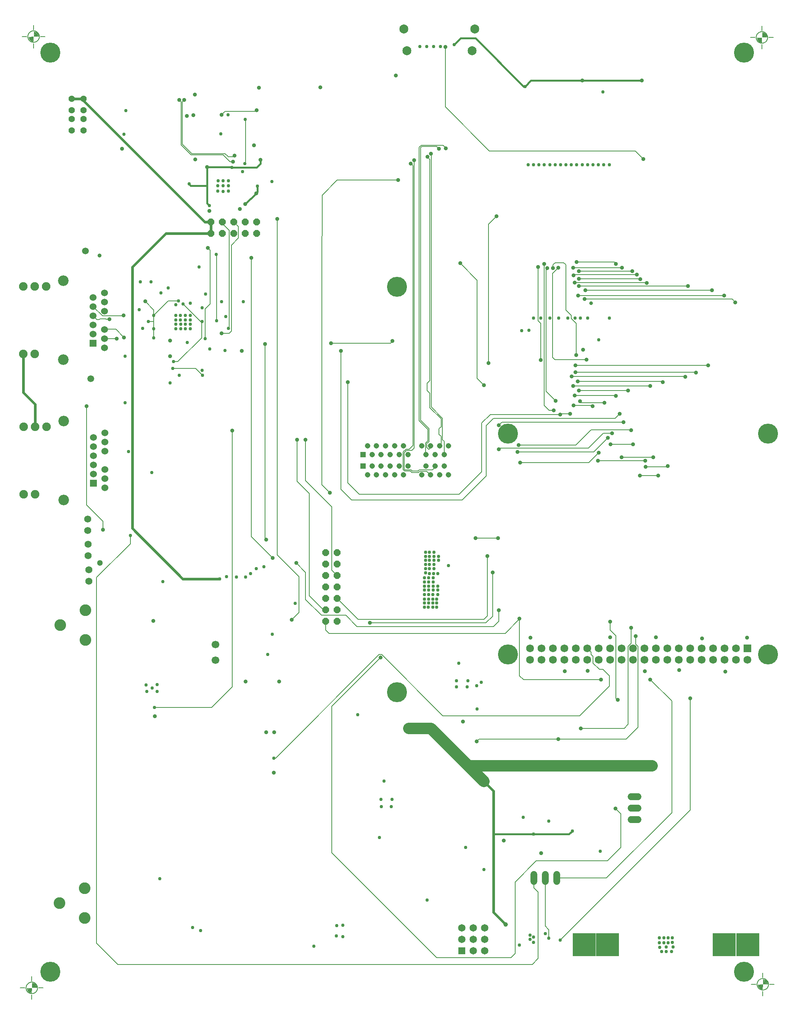
<source format=gbr>
G04 EAGLE Gerber RS-274X export*
G75*
%MOMM*%
%FSLAX34Y34*%
%LPD*%
%INBottom Copper*%
%IPPOS*%
%AMOC8*
5,1,8,0,0,1.08239X$1,22.5*%
G01*
%ADD10R,5.200000X5.200000*%
%ADD11C,1.428000*%
%ADD12C,2.590800*%
%ADD13R,1.530000X1.530000*%
%ADD14C,1.530000*%
%ADD15C,1.905000*%
%ADD16C,2.355000*%
%ADD17C,1.524000*%
%ADD18P,1.649562X8X112.500000*%
%ADD19R,1.725000X1.725000*%
%ADD20C,1.725000*%
%ADD21C,1.995000*%
%ADD22R,1.208000X1.208000*%
%ADD23C,1.208000*%
%ADD24P,1.649562X8X22.500000*%
%ADD25C,4.445000*%
%ADD26R,1.650000X1.650000*%
%ADD27C,1.650000*%
%ADD28C,1.575000*%
%ADD29C,1.700000*%
%ADD30C,0.152400*%
%ADD31C,0.111759*%
%ADD32C,0.756400*%
%ADD33C,0.906400*%
%ADD34C,0.406400*%
%ADD35C,0.200000*%
%ADD36C,1.500000*%
%ADD37C,2.540000*%
%ADD38C,1.006400*%
%ADD39C,0.609600*%
%ADD40C,0.147000*%
%ADD41C,0.147000*%
%ADD42C,0.806400*%
%ADD43C,1.300000*%
%ADD44C,0.127000*%


D10*
X1576500Y139700D03*
X1317500Y139700D03*
X1265500Y139700D03*
X1628500Y139700D03*
D11*
X153600Y2017600D03*
X153600Y1992600D03*
X153600Y1972600D03*
X153600Y1947600D03*
X127400Y2017600D03*
X127400Y1992600D03*
X127400Y1972600D03*
X127400Y1947600D03*
D12*
X156800Y265220D03*
X100920Y232200D03*
X156800Y199180D03*
D13*
X175040Y1475400D03*
D14*
X175040Y1495720D03*
X175040Y1516040D03*
X175040Y1536360D03*
X175040Y1556680D03*
X175040Y1577000D03*
X200440Y1465240D03*
X200440Y1485560D03*
X200440Y1505880D03*
X200440Y1546520D03*
X200440Y1566840D03*
X200440Y1587160D03*
D15*
X45500Y1451016D03*
X20100Y1451016D03*
X70900Y1601384D03*
X45500Y1601384D03*
X20100Y1601384D03*
D16*
X109000Y1438316D03*
X109000Y1614084D03*
D17*
X1369280Y417400D02*
X1384520Y417400D01*
X1384520Y442800D02*
X1369280Y442800D01*
X1369280Y468200D02*
X1384520Y468200D01*
D18*
X717100Y857900D03*
X691700Y857900D03*
X717100Y883300D03*
X691700Y883300D03*
X717100Y908700D03*
X691700Y908700D03*
X717100Y934100D03*
X691700Y934100D03*
X717100Y959500D03*
X691700Y959500D03*
X717100Y984900D03*
X691700Y984900D03*
X717100Y1010300D03*
X691700Y1010300D03*
D13*
X175640Y1163900D03*
D14*
X175640Y1184220D03*
X175640Y1204540D03*
X175640Y1224860D03*
X175640Y1245180D03*
X175640Y1265500D03*
X201040Y1153740D03*
X201040Y1174060D03*
X201040Y1194380D03*
X201040Y1235020D03*
X201040Y1255340D03*
X201040Y1275660D03*
D15*
X46100Y1139516D03*
X20700Y1139516D03*
X71500Y1289884D03*
X46100Y1289884D03*
X20700Y1289884D03*
D16*
X109600Y1126816D03*
X109600Y1302584D03*
D19*
X1628200Y797500D03*
D20*
X1628200Y772100D03*
X1602800Y797500D03*
X1602800Y772100D03*
X1577400Y797500D03*
X1577400Y772100D03*
X1552000Y797500D03*
X1552000Y772100D03*
X1526600Y797500D03*
X1526600Y772100D03*
X1501200Y797500D03*
X1501200Y772100D03*
X1475800Y797500D03*
X1475800Y772100D03*
X1450400Y797500D03*
X1450400Y772100D03*
X1425000Y797500D03*
X1425000Y772100D03*
X1399600Y797500D03*
X1399600Y772100D03*
X1374200Y797500D03*
X1374200Y772100D03*
X1348800Y797500D03*
X1348800Y772100D03*
X1323400Y797500D03*
X1323400Y772100D03*
X1298000Y797500D03*
X1298000Y772100D03*
X1272600Y797500D03*
X1272600Y772100D03*
X1247200Y797500D03*
X1247200Y772100D03*
X1221800Y797500D03*
X1221800Y772100D03*
X1196400Y797500D03*
X1196400Y772100D03*
X1171000Y797500D03*
X1171000Y772100D03*
X1145600Y797500D03*
X1145600Y772100D03*
D21*
X871400Y2124000D03*
X1016400Y2124000D03*
X1022400Y2173000D03*
X865400Y2173000D03*
D22*
X774500Y1227500D03*
D23*
X784500Y1247500D03*
X794500Y1227500D03*
X804500Y1247500D03*
X814500Y1227500D03*
X824500Y1247500D03*
X834500Y1227500D03*
X844500Y1247500D03*
X854500Y1227500D03*
X864500Y1247500D03*
X874500Y1227500D03*
X904500Y1247500D03*
X914500Y1227500D03*
X924500Y1247500D03*
X934500Y1227500D03*
X944500Y1247500D03*
X954500Y1227500D03*
X964500Y1247500D03*
D22*
X774500Y1202500D03*
D23*
X784500Y1182500D03*
X794500Y1202500D03*
X804500Y1182500D03*
X814500Y1202500D03*
X824500Y1182500D03*
X834500Y1202500D03*
X844500Y1182500D03*
X854500Y1202500D03*
X864500Y1182500D03*
X874500Y1202500D03*
X904500Y1182500D03*
X914500Y1202500D03*
X924500Y1182500D03*
X934500Y1202500D03*
X944500Y1182500D03*
X954500Y1202500D03*
X964500Y1182500D03*
D24*
X436900Y1718600D03*
X436900Y1744000D03*
X462300Y1718600D03*
X462300Y1744000D03*
X487700Y1718600D03*
X487700Y1744000D03*
X513100Y1718600D03*
X513100Y1744000D03*
X538500Y1718600D03*
X538500Y1744000D03*
D12*
X158000Y882020D03*
X102120Y849000D03*
X158000Y815980D03*
D25*
X80000Y2120000D03*
X80000Y80000D03*
X1620000Y80000D03*
X1620000Y2120000D03*
X850000Y1600000D03*
X850000Y700000D03*
D17*
X1153600Y295620D02*
X1153600Y280380D01*
X1179000Y280380D02*
X1179000Y295620D01*
X1204400Y295620D02*
X1204400Y280380D01*
D26*
X994000Y126000D03*
D27*
X994000Y151400D03*
X994000Y176800D03*
X1019400Y126000D03*
X1019400Y151400D03*
X1019400Y176800D03*
X1044800Y126000D03*
X1044800Y151400D03*
X1044800Y176800D03*
D25*
X1674000Y784000D03*
X1674000Y1274000D03*
X1096600Y1274000D03*
X1096600Y784000D03*
D28*
X164000Y1003300D03*
X164000Y1028700D03*
X166000Y946300D03*
X166000Y971700D03*
X163000Y1059300D03*
X163000Y1084700D03*
D29*
X447000Y771500D03*
X447000Y806500D03*
D30*
X27760Y2156000D02*
X17600Y2156000D01*
X43000Y2171240D02*
X43000Y2181400D01*
X43000Y2140760D02*
X43000Y2130600D01*
X58240Y2156000D02*
X68400Y2156000D01*
D31*
X53856Y2156812D02*
X43649Y2156649D01*
X43649Y2156649D01*
X43812Y2166856D01*
X43813Y2166856D01*
X44072Y2166839D01*
X44330Y2166816D01*
X44587Y2166787D01*
X44844Y2166751D01*
X45100Y2166709D01*
X45355Y2166661D01*
X45608Y2166607D01*
X45861Y2166546D01*
X46111Y2166479D01*
X46360Y2166406D01*
X46607Y2166328D01*
X46852Y2166243D01*
X47095Y2166152D01*
X47336Y2166055D01*
X47574Y2165952D01*
X47809Y2165844D01*
X48042Y2165730D01*
X48272Y2165610D01*
X48499Y2165485D01*
X48723Y2165354D01*
X48944Y2165218D01*
X49161Y2165076D01*
X49375Y2164929D01*
X49585Y2164777D01*
X49791Y2164620D01*
X49993Y2164458D01*
X50192Y2164291D01*
X50386Y2164119D01*
X50576Y2163942D01*
X50761Y2163761D01*
X50942Y2163576D01*
X51119Y2163386D01*
X51291Y2163192D01*
X51458Y2162993D01*
X51620Y2162791D01*
X51777Y2162585D01*
X51929Y2162375D01*
X52076Y2162161D01*
X52218Y2161944D01*
X52354Y2161723D01*
X52485Y2161499D01*
X52610Y2161272D01*
X52730Y2161042D01*
X52844Y2160809D01*
X52952Y2160574D01*
X53055Y2160336D01*
X53152Y2160095D01*
X53243Y2159852D01*
X53328Y2159607D01*
X53406Y2159360D01*
X53479Y2159111D01*
X53546Y2158861D01*
X53607Y2158608D01*
X53661Y2158355D01*
X53709Y2158100D01*
X53751Y2157844D01*
X53787Y2157587D01*
X53816Y2157330D01*
X53839Y2157072D01*
X53856Y2156813D01*
X52794Y2156813D01*
X52777Y2157044D01*
X52755Y2157274D01*
X52728Y2157504D01*
X52695Y2157733D01*
X52656Y2157961D01*
X52612Y2158189D01*
X52562Y2158415D01*
X52507Y2158640D01*
X52447Y2158863D01*
X52381Y2159085D01*
X52310Y2159306D01*
X52233Y2159524D01*
X52151Y2159741D01*
X52064Y2159955D01*
X51972Y2160168D01*
X51874Y2160378D01*
X51772Y2160585D01*
X51665Y2160790D01*
X51552Y2160993D01*
X51435Y2161192D01*
X51313Y2161389D01*
X51186Y2161583D01*
X51055Y2161774D01*
X50919Y2161961D01*
X50778Y2162145D01*
X50633Y2162326D01*
X50484Y2162503D01*
X50331Y2162676D01*
X50173Y2162845D01*
X50011Y2163011D01*
X49845Y2163173D01*
X49676Y2163331D01*
X49503Y2163484D01*
X49326Y2163633D01*
X49145Y2163778D01*
X48961Y2163919D01*
X48774Y2164055D01*
X48583Y2164186D01*
X48389Y2164313D01*
X48192Y2164435D01*
X47993Y2164552D01*
X47790Y2164665D01*
X47585Y2164772D01*
X47378Y2164874D01*
X47168Y2164972D01*
X46955Y2165064D01*
X46741Y2165151D01*
X46524Y2165233D01*
X46306Y2165310D01*
X46085Y2165381D01*
X45863Y2165447D01*
X45640Y2165507D01*
X45415Y2165562D01*
X45189Y2165612D01*
X44961Y2165656D01*
X44733Y2165695D01*
X44504Y2165728D01*
X44274Y2165755D01*
X44044Y2165777D01*
X43813Y2165794D01*
X43813Y2164731D01*
X44019Y2164714D01*
X44225Y2164693D01*
X44431Y2164667D01*
X44636Y2164636D01*
X44840Y2164600D01*
X45043Y2164559D01*
X45245Y2164512D01*
X45446Y2164461D01*
X45645Y2164406D01*
X45843Y2164345D01*
X46040Y2164279D01*
X46235Y2164209D01*
X46428Y2164134D01*
X46619Y2164054D01*
X46808Y2163970D01*
X46996Y2163881D01*
X47180Y2163787D01*
X47363Y2163689D01*
X47543Y2163587D01*
X47721Y2163480D01*
X47896Y2163369D01*
X48068Y2163253D01*
X48237Y2163134D01*
X48403Y2163010D01*
X48567Y2162883D01*
X48727Y2162751D01*
X48884Y2162616D01*
X49037Y2162477D01*
X49187Y2162334D01*
X49334Y2162187D01*
X49477Y2162037D01*
X49616Y2161884D01*
X49751Y2161727D01*
X49883Y2161567D01*
X50010Y2161403D01*
X50134Y2161237D01*
X50253Y2161068D01*
X50369Y2160896D01*
X50480Y2160721D01*
X50587Y2160543D01*
X50689Y2160363D01*
X50787Y2160180D01*
X50881Y2159996D01*
X50970Y2159808D01*
X51054Y2159619D01*
X51134Y2159428D01*
X51209Y2159235D01*
X51279Y2159040D01*
X51345Y2158843D01*
X51406Y2158645D01*
X51461Y2158446D01*
X51512Y2158245D01*
X51559Y2158043D01*
X51600Y2157840D01*
X51636Y2157636D01*
X51667Y2157431D01*
X51693Y2157225D01*
X51714Y2157019D01*
X51731Y2156813D01*
X50667Y2156812D01*
X50651Y2156994D01*
X50631Y2157175D01*
X50606Y2157355D01*
X50577Y2157535D01*
X50543Y2157714D01*
X50505Y2157892D01*
X50463Y2158069D01*
X50416Y2158245D01*
X50366Y2158420D01*
X50310Y2158593D01*
X50251Y2158765D01*
X50187Y2158936D01*
X50120Y2159105D01*
X50048Y2159272D01*
X49972Y2159438D01*
X49892Y2159601D01*
X49808Y2159763D01*
X49720Y2159922D01*
X49628Y2160079D01*
X49533Y2160234D01*
X49433Y2160387D01*
X49330Y2160537D01*
X49224Y2160684D01*
X49113Y2160829D01*
X49000Y2160971D01*
X48882Y2161111D01*
X48762Y2161247D01*
X48638Y2161380D01*
X48511Y2161511D01*
X48380Y2161638D01*
X48247Y2161762D01*
X48111Y2161882D01*
X47971Y2162000D01*
X47829Y2162113D01*
X47684Y2162224D01*
X47537Y2162330D01*
X47387Y2162433D01*
X47234Y2162533D01*
X47079Y2162628D01*
X46922Y2162720D01*
X46763Y2162808D01*
X46601Y2162892D01*
X46438Y2162972D01*
X46272Y2163048D01*
X46105Y2163120D01*
X45936Y2163187D01*
X45765Y2163251D01*
X45593Y2163310D01*
X45420Y2163366D01*
X45245Y2163416D01*
X45069Y2163463D01*
X44892Y2163505D01*
X44714Y2163543D01*
X44535Y2163577D01*
X44355Y2163606D01*
X44175Y2163631D01*
X43994Y2163651D01*
X43812Y2163667D01*
X43812Y2162602D01*
X43970Y2162587D01*
X44128Y2162567D01*
X44285Y2162543D01*
X44441Y2162515D01*
X44597Y2162484D01*
X44752Y2162449D01*
X44906Y2162409D01*
X45058Y2162366D01*
X45210Y2162319D01*
X45361Y2162269D01*
X45510Y2162214D01*
X45658Y2162156D01*
X45804Y2162095D01*
X45949Y2162029D01*
X46092Y2161960D01*
X46233Y2161888D01*
X46372Y2161812D01*
X46510Y2161733D01*
X46645Y2161650D01*
X46779Y2161564D01*
X46910Y2161474D01*
X47039Y2161381D01*
X47165Y2161285D01*
X47290Y2161186D01*
X47411Y2161084D01*
X47530Y2160979D01*
X47647Y2160871D01*
X47760Y2160760D01*
X47871Y2160647D01*
X47979Y2160530D01*
X48084Y2160411D01*
X48186Y2160290D01*
X48285Y2160165D01*
X48381Y2160039D01*
X48474Y2159910D01*
X48564Y2159779D01*
X48650Y2159645D01*
X48733Y2159510D01*
X48812Y2159372D01*
X48888Y2159233D01*
X48960Y2159092D01*
X49029Y2158949D01*
X49095Y2158804D01*
X49156Y2158658D01*
X49214Y2158510D01*
X49269Y2158361D01*
X49319Y2158210D01*
X49366Y2158058D01*
X49409Y2157906D01*
X49449Y2157752D01*
X49484Y2157597D01*
X49515Y2157441D01*
X49543Y2157285D01*
X49567Y2157128D01*
X49587Y2156970D01*
X49602Y2156812D01*
X48537Y2156812D01*
X48519Y2156955D01*
X48498Y2157098D01*
X48474Y2157241D01*
X48445Y2157382D01*
X48412Y2157523D01*
X48376Y2157663D01*
X48335Y2157802D01*
X48291Y2157940D01*
X48244Y2158076D01*
X48192Y2158211D01*
X48137Y2158345D01*
X48079Y2158477D01*
X48016Y2158607D01*
X47951Y2158736D01*
X47881Y2158863D01*
X47809Y2158988D01*
X47733Y2159110D01*
X47653Y2159231D01*
X47571Y2159350D01*
X47485Y2159466D01*
X47396Y2159580D01*
X47304Y2159691D01*
X47209Y2159800D01*
X47111Y2159907D01*
X47010Y2160010D01*
X46907Y2160111D01*
X46800Y2160209D01*
X46691Y2160304D01*
X46580Y2160396D01*
X46466Y2160485D01*
X46350Y2160571D01*
X46231Y2160653D01*
X46110Y2160733D01*
X45988Y2160809D01*
X45863Y2160881D01*
X45736Y2160951D01*
X45607Y2161016D01*
X45477Y2161079D01*
X45345Y2161137D01*
X45211Y2161192D01*
X45076Y2161244D01*
X44940Y2161291D01*
X44802Y2161335D01*
X44663Y2161376D01*
X44523Y2161412D01*
X44382Y2161445D01*
X44241Y2161474D01*
X44098Y2161498D01*
X43955Y2161519D01*
X43812Y2161537D01*
X43811Y2160468D01*
X43939Y2160449D01*
X44067Y2160427D01*
X44193Y2160400D01*
X44319Y2160370D01*
X44443Y2160335D01*
X44567Y2160297D01*
X44689Y2160255D01*
X44810Y2160210D01*
X44930Y2160161D01*
X45048Y2160108D01*
X45164Y2160052D01*
X45279Y2159992D01*
X45392Y2159928D01*
X45502Y2159862D01*
X45611Y2159792D01*
X45717Y2159718D01*
X45822Y2159642D01*
X45924Y2159562D01*
X46023Y2159480D01*
X46120Y2159394D01*
X46214Y2159305D01*
X46305Y2159214D01*
X46394Y2159120D01*
X46480Y2159023D01*
X46562Y2158924D01*
X46642Y2158822D01*
X46718Y2158717D01*
X46792Y2158611D01*
X46862Y2158502D01*
X46928Y2158392D01*
X46992Y2158279D01*
X47052Y2158164D01*
X47108Y2158048D01*
X47161Y2157930D01*
X47210Y2157810D01*
X47255Y2157689D01*
X47297Y2157567D01*
X47335Y2157443D01*
X47370Y2157319D01*
X47400Y2157193D01*
X47427Y2157067D01*
X47449Y2156939D01*
X47468Y2156811D01*
X46395Y2156810D01*
X46374Y2156919D01*
X46349Y2157028D01*
X46320Y2157135D01*
X46287Y2157241D01*
X46251Y2157347D01*
X46211Y2157450D01*
X46168Y2157553D01*
X46121Y2157653D01*
X46070Y2157753D01*
X46016Y2157850D01*
X45959Y2157945D01*
X45898Y2158038D01*
X45834Y2158130D01*
X45767Y2158218D01*
X45697Y2158305D01*
X45625Y2158389D01*
X45549Y2158470D01*
X45470Y2158549D01*
X45389Y2158625D01*
X45305Y2158697D01*
X45218Y2158767D01*
X45130Y2158834D01*
X45038Y2158898D01*
X44945Y2158959D01*
X44850Y2159016D01*
X44753Y2159070D01*
X44653Y2159121D01*
X44553Y2159168D01*
X44450Y2159211D01*
X44347Y2159251D01*
X44241Y2159287D01*
X44135Y2159320D01*
X44028Y2159349D01*
X43919Y2159374D01*
X43810Y2159395D01*
X43807Y2158310D01*
X43892Y2158285D01*
X43976Y2158257D01*
X44060Y2158225D01*
X44141Y2158189D01*
X44221Y2158151D01*
X44300Y2158108D01*
X44376Y2158063D01*
X44451Y2158015D01*
X44524Y2157963D01*
X44594Y2157908D01*
X44662Y2157851D01*
X44728Y2157791D01*
X44791Y2157728D01*
X44851Y2157662D01*
X44908Y2157594D01*
X44963Y2157524D01*
X45015Y2157451D01*
X45063Y2157376D01*
X45108Y2157300D01*
X45151Y2157221D01*
X45189Y2157141D01*
X45225Y2157060D01*
X45257Y2156976D01*
X45285Y2156892D01*
X45310Y2156807D01*
X44179Y2156788D01*
X44146Y2156841D01*
X44111Y2156892D01*
X44072Y2156940D01*
X44031Y2156987D01*
X43987Y2157031D01*
X43940Y2157072D01*
X43892Y2157111D01*
X43841Y2157146D01*
X43788Y2157179D01*
X32144Y2155188D02*
X42351Y2155351D01*
X42351Y2155351D01*
X42188Y2145144D01*
X42187Y2145144D01*
X41928Y2145161D01*
X41670Y2145184D01*
X41413Y2145213D01*
X41156Y2145249D01*
X40900Y2145291D01*
X40645Y2145339D01*
X40392Y2145393D01*
X40139Y2145454D01*
X39889Y2145521D01*
X39640Y2145594D01*
X39393Y2145672D01*
X39148Y2145757D01*
X38905Y2145848D01*
X38664Y2145945D01*
X38426Y2146048D01*
X38191Y2146156D01*
X37958Y2146270D01*
X37728Y2146390D01*
X37501Y2146515D01*
X37277Y2146646D01*
X37056Y2146782D01*
X36839Y2146924D01*
X36625Y2147071D01*
X36415Y2147223D01*
X36209Y2147380D01*
X36007Y2147542D01*
X35808Y2147709D01*
X35614Y2147881D01*
X35424Y2148058D01*
X35239Y2148239D01*
X35058Y2148424D01*
X34881Y2148614D01*
X34709Y2148808D01*
X34542Y2149007D01*
X34380Y2149209D01*
X34223Y2149415D01*
X34071Y2149625D01*
X33924Y2149839D01*
X33782Y2150056D01*
X33646Y2150277D01*
X33515Y2150501D01*
X33390Y2150728D01*
X33270Y2150958D01*
X33156Y2151191D01*
X33048Y2151426D01*
X32945Y2151664D01*
X32848Y2151905D01*
X32757Y2152148D01*
X32672Y2152393D01*
X32594Y2152640D01*
X32521Y2152889D01*
X32454Y2153139D01*
X32393Y2153392D01*
X32339Y2153645D01*
X32291Y2153900D01*
X32249Y2154156D01*
X32213Y2154413D01*
X32184Y2154670D01*
X32161Y2154928D01*
X32144Y2155187D01*
X33206Y2155187D01*
X33223Y2154956D01*
X33245Y2154726D01*
X33272Y2154496D01*
X33305Y2154267D01*
X33344Y2154039D01*
X33388Y2153811D01*
X33438Y2153585D01*
X33493Y2153360D01*
X33553Y2153137D01*
X33619Y2152915D01*
X33690Y2152694D01*
X33767Y2152476D01*
X33849Y2152259D01*
X33936Y2152045D01*
X34028Y2151832D01*
X34126Y2151622D01*
X34228Y2151415D01*
X34335Y2151210D01*
X34448Y2151007D01*
X34565Y2150808D01*
X34687Y2150611D01*
X34814Y2150417D01*
X34945Y2150226D01*
X35081Y2150039D01*
X35222Y2149855D01*
X35367Y2149674D01*
X35516Y2149497D01*
X35669Y2149324D01*
X35827Y2149155D01*
X35989Y2148989D01*
X36155Y2148827D01*
X36324Y2148669D01*
X36497Y2148516D01*
X36674Y2148367D01*
X36855Y2148222D01*
X37039Y2148081D01*
X37226Y2147945D01*
X37417Y2147814D01*
X37611Y2147687D01*
X37808Y2147565D01*
X38007Y2147448D01*
X38210Y2147335D01*
X38415Y2147228D01*
X38622Y2147126D01*
X38832Y2147028D01*
X39045Y2146936D01*
X39259Y2146849D01*
X39476Y2146767D01*
X39694Y2146690D01*
X39915Y2146619D01*
X40137Y2146553D01*
X40360Y2146493D01*
X40585Y2146438D01*
X40811Y2146388D01*
X41039Y2146344D01*
X41267Y2146305D01*
X41496Y2146272D01*
X41726Y2146245D01*
X41956Y2146223D01*
X42187Y2146206D01*
X42187Y2147269D01*
X41981Y2147286D01*
X41775Y2147307D01*
X41569Y2147333D01*
X41364Y2147364D01*
X41160Y2147400D01*
X40957Y2147441D01*
X40755Y2147488D01*
X40554Y2147539D01*
X40355Y2147594D01*
X40157Y2147655D01*
X39960Y2147721D01*
X39765Y2147791D01*
X39572Y2147866D01*
X39381Y2147946D01*
X39192Y2148030D01*
X39004Y2148119D01*
X38820Y2148213D01*
X38637Y2148311D01*
X38457Y2148413D01*
X38279Y2148520D01*
X38104Y2148631D01*
X37932Y2148747D01*
X37763Y2148866D01*
X37597Y2148990D01*
X37433Y2149117D01*
X37273Y2149249D01*
X37116Y2149384D01*
X36963Y2149523D01*
X36813Y2149666D01*
X36666Y2149813D01*
X36523Y2149963D01*
X36384Y2150116D01*
X36249Y2150273D01*
X36117Y2150433D01*
X35990Y2150597D01*
X35866Y2150763D01*
X35747Y2150932D01*
X35631Y2151104D01*
X35520Y2151279D01*
X35413Y2151457D01*
X35311Y2151637D01*
X35213Y2151820D01*
X35119Y2152004D01*
X35030Y2152192D01*
X34946Y2152381D01*
X34866Y2152572D01*
X34791Y2152765D01*
X34721Y2152960D01*
X34655Y2153157D01*
X34594Y2153355D01*
X34539Y2153554D01*
X34488Y2153755D01*
X34441Y2153957D01*
X34400Y2154160D01*
X34364Y2154364D01*
X34333Y2154569D01*
X34307Y2154775D01*
X34286Y2154981D01*
X34269Y2155187D01*
X35333Y2155188D01*
X35349Y2155006D01*
X35369Y2154825D01*
X35394Y2154645D01*
X35423Y2154465D01*
X35457Y2154286D01*
X35495Y2154108D01*
X35537Y2153931D01*
X35584Y2153755D01*
X35634Y2153580D01*
X35690Y2153407D01*
X35749Y2153235D01*
X35813Y2153064D01*
X35880Y2152895D01*
X35952Y2152728D01*
X36028Y2152562D01*
X36108Y2152399D01*
X36192Y2152237D01*
X36280Y2152078D01*
X36372Y2151921D01*
X36467Y2151766D01*
X36567Y2151613D01*
X36670Y2151463D01*
X36776Y2151316D01*
X36887Y2151171D01*
X37000Y2151029D01*
X37118Y2150889D01*
X37238Y2150753D01*
X37362Y2150620D01*
X37489Y2150489D01*
X37620Y2150362D01*
X37753Y2150238D01*
X37889Y2150118D01*
X38029Y2150000D01*
X38171Y2149887D01*
X38316Y2149776D01*
X38463Y2149670D01*
X38613Y2149567D01*
X38766Y2149467D01*
X38921Y2149372D01*
X39078Y2149280D01*
X39237Y2149192D01*
X39399Y2149108D01*
X39562Y2149028D01*
X39728Y2148952D01*
X39895Y2148880D01*
X40064Y2148813D01*
X40235Y2148749D01*
X40407Y2148690D01*
X40580Y2148634D01*
X40755Y2148584D01*
X40931Y2148537D01*
X41108Y2148495D01*
X41286Y2148457D01*
X41465Y2148423D01*
X41645Y2148394D01*
X41825Y2148369D01*
X42006Y2148349D01*
X42188Y2148333D01*
X42188Y2149398D01*
X42030Y2149413D01*
X41872Y2149433D01*
X41715Y2149457D01*
X41559Y2149485D01*
X41403Y2149516D01*
X41248Y2149551D01*
X41094Y2149591D01*
X40942Y2149634D01*
X40790Y2149681D01*
X40639Y2149731D01*
X40490Y2149786D01*
X40342Y2149844D01*
X40196Y2149905D01*
X40051Y2149971D01*
X39908Y2150040D01*
X39767Y2150112D01*
X39628Y2150188D01*
X39490Y2150267D01*
X39355Y2150350D01*
X39221Y2150436D01*
X39090Y2150526D01*
X38961Y2150619D01*
X38835Y2150715D01*
X38710Y2150814D01*
X38589Y2150916D01*
X38470Y2151021D01*
X38353Y2151129D01*
X38240Y2151240D01*
X38129Y2151353D01*
X38021Y2151470D01*
X37916Y2151589D01*
X37814Y2151710D01*
X37715Y2151835D01*
X37619Y2151961D01*
X37526Y2152090D01*
X37436Y2152221D01*
X37350Y2152355D01*
X37267Y2152490D01*
X37188Y2152628D01*
X37112Y2152767D01*
X37040Y2152908D01*
X36971Y2153051D01*
X36905Y2153196D01*
X36844Y2153342D01*
X36786Y2153490D01*
X36731Y2153639D01*
X36681Y2153790D01*
X36634Y2153942D01*
X36591Y2154094D01*
X36551Y2154248D01*
X36516Y2154403D01*
X36485Y2154559D01*
X36457Y2154715D01*
X36433Y2154872D01*
X36413Y2155030D01*
X36398Y2155188D01*
X37463Y2155188D01*
X37481Y2155045D01*
X37502Y2154902D01*
X37526Y2154759D01*
X37555Y2154618D01*
X37588Y2154477D01*
X37624Y2154337D01*
X37665Y2154198D01*
X37709Y2154060D01*
X37756Y2153924D01*
X37808Y2153789D01*
X37863Y2153655D01*
X37921Y2153523D01*
X37984Y2153393D01*
X38049Y2153264D01*
X38119Y2153137D01*
X38191Y2153012D01*
X38267Y2152890D01*
X38347Y2152769D01*
X38429Y2152650D01*
X38515Y2152534D01*
X38604Y2152420D01*
X38696Y2152309D01*
X38791Y2152200D01*
X38889Y2152093D01*
X38990Y2151990D01*
X39093Y2151889D01*
X39200Y2151791D01*
X39309Y2151696D01*
X39420Y2151604D01*
X39534Y2151515D01*
X39650Y2151429D01*
X39769Y2151347D01*
X39890Y2151267D01*
X40012Y2151191D01*
X40137Y2151119D01*
X40264Y2151049D01*
X40393Y2150984D01*
X40523Y2150921D01*
X40655Y2150863D01*
X40789Y2150808D01*
X40924Y2150756D01*
X41060Y2150709D01*
X41198Y2150665D01*
X41337Y2150624D01*
X41477Y2150588D01*
X41618Y2150555D01*
X41759Y2150526D01*
X41902Y2150502D01*
X42045Y2150481D01*
X42188Y2150463D01*
X42189Y2151532D01*
X42061Y2151551D01*
X41933Y2151573D01*
X41807Y2151600D01*
X41681Y2151630D01*
X41557Y2151665D01*
X41433Y2151703D01*
X41311Y2151745D01*
X41190Y2151790D01*
X41070Y2151839D01*
X40952Y2151892D01*
X40836Y2151948D01*
X40721Y2152008D01*
X40608Y2152072D01*
X40498Y2152138D01*
X40389Y2152208D01*
X40283Y2152282D01*
X40178Y2152358D01*
X40076Y2152438D01*
X39977Y2152520D01*
X39880Y2152606D01*
X39786Y2152695D01*
X39695Y2152786D01*
X39606Y2152880D01*
X39520Y2152977D01*
X39438Y2153076D01*
X39358Y2153178D01*
X39282Y2153283D01*
X39208Y2153389D01*
X39138Y2153498D01*
X39072Y2153608D01*
X39008Y2153721D01*
X38948Y2153836D01*
X38892Y2153952D01*
X38839Y2154070D01*
X38790Y2154190D01*
X38745Y2154311D01*
X38703Y2154433D01*
X38665Y2154557D01*
X38630Y2154681D01*
X38600Y2154807D01*
X38573Y2154933D01*
X38551Y2155061D01*
X38532Y2155189D01*
X39605Y2155190D01*
X39626Y2155081D01*
X39651Y2154972D01*
X39680Y2154865D01*
X39713Y2154759D01*
X39749Y2154653D01*
X39789Y2154550D01*
X39832Y2154447D01*
X39879Y2154347D01*
X39930Y2154247D01*
X39984Y2154150D01*
X40041Y2154055D01*
X40102Y2153962D01*
X40166Y2153870D01*
X40233Y2153782D01*
X40303Y2153695D01*
X40375Y2153611D01*
X40451Y2153530D01*
X40530Y2153451D01*
X40611Y2153375D01*
X40695Y2153303D01*
X40782Y2153233D01*
X40870Y2153166D01*
X40962Y2153102D01*
X41055Y2153041D01*
X41150Y2152984D01*
X41247Y2152930D01*
X41347Y2152879D01*
X41447Y2152832D01*
X41550Y2152789D01*
X41653Y2152749D01*
X41759Y2152713D01*
X41865Y2152680D01*
X41972Y2152651D01*
X42081Y2152626D01*
X42190Y2152605D01*
X42193Y2153690D01*
X42108Y2153715D01*
X42024Y2153743D01*
X41940Y2153775D01*
X41859Y2153811D01*
X41779Y2153849D01*
X41700Y2153892D01*
X41624Y2153937D01*
X41549Y2153985D01*
X41476Y2154037D01*
X41406Y2154092D01*
X41338Y2154149D01*
X41272Y2154209D01*
X41209Y2154272D01*
X41149Y2154338D01*
X41092Y2154406D01*
X41037Y2154476D01*
X40985Y2154549D01*
X40937Y2154624D01*
X40892Y2154700D01*
X40849Y2154779D01*
X40811Y2154859D01*
X40775Y2154940D01*
X40743Y2155024D01*
X40715Y2155108D01*
X40690Y2155193D01*
X41821Y2155212D01*
X41854Y2155159D01*
X41889Y2155108D01*
X41928Y2155060D01*
X41969Y2155013D01*
X42013Y2154969D01*
X42060Y2154928D01*
X42108Y2154889D01*
X42159Y2154854D01*
X42212Y2154821D01*
D30*
X30300Y2156000D02*
X30304Y2156312D01*
X30315Y2156623D01*
X30334Y2156934D01*
X30361Y2157245D01*
X30396Y2157555D01*
X30437Y2157863D01*
X30487Y2158171D01*
X30544Y2158478D01*
X30609Y2158783D01*
X30681Y2159086D01*
X30760Y2159387D01*
X30847Y2159687D01*
X30941Y2159984D01*
X31042Y2160279D01*
X31151Y2160571D01*
X31267Y2160860D01*
X31390Y2161147D01*
X31519Y2161430D01*
X31656Y2161710D01*
X31800Y2161987D01*
X31950Y2162260D01*
X32107Y2162529D01*
X32270Y2162794D01*
X32440Y2163056D01*
X32617Y2163313D01*
X32799Y2163565D01*
X32988Y2163813D01*
X33183Y2164057D01*
X33383Y2164295D01*
X33590Y2164529D01*
X33802Y2164757D01*
X34020Y2164980D01*
X34243Y2165198D01*
X34471Y2165410D01*
X34705Y2165617D01*
X34943Y2165817D01*
X35187Y2166012D01*
X35435Y2166201D01*
X35687Y2166383D01*
X35944Y2166560D01*
X36206Y2166730D01*
X36471Y2166893D01*
X36740Y2167050D01*
X37013Y2167200D01*
X37290Y2167344D01*
X37570Y2167481D01*
X37853Y2167610D01*
X38140Y2167733D01*
X38429Y2167849D01*
X38721Y2167958D01*
X39016Y2168059D01*
X39313Y2168153D01*
X39613Y2168240D01*
X39914Y2168319D01*
X40217Y2168391D01*
X40522Y2168456D01*
X40829Y2168513D01*
X41137Y2168563D01*
X41445Y2168604D01*
X41755Y2168639D01*
X42066Y2168666D01*
X42377Y2168685D01*
X42688Y2168696D01*
X43000Y2168700D01*
X43312Y2168696D01*
X43623Y2168685D01*
X43934Y2168666D01*
X44245Y2168639D01*
X44555Y2168604D01*
X44863Y2168563D01*
X45171Y2168513D01*
X45478Y2168456D01*
X45783Y2168391D01*
X46086Y2168319D01*
X46387Y2168240D01*
X46687Y2168153D01*
X46984Y2168059D01*
X47279Y2167958D01*
X47571Y2167849D01*
X47860Y2167733D01*
X48147Y2167610D01*
X48430Y2167481D01*
X48710Y2167344D01*
X48987Y2167200D01*
X49260Y2167050D01*
X49529Y2166893D01*
X49794Y2166730D01*
X50056Y2166560D01*
X50313Y2166383D01*
X50565Y2166201D01*
X50813Y2166012D01*
X51057Y2165817D01*
X51295Y2165617D01*
X51529Y2165410D01*
X51757Y2165198D01*
X51980Y2164980D01*
X52198Y2164757D01*
X52410Y2164529D01*
X52617Y2164295D01*
X52817Y2164057D01*
X53012Y2163813D01*
X53201Y2163565D01*
X53383Y2163313D01*
X53560Y2163056D01*
X53730Y2162794D01*
X53893Y2162529D01*
X54050Y2162260D01*
X54200Y2161987D01*
X54344Y2161710D01*
X54481Y2161430D01*
X54610Y2161147D01*
X54733Y2160860D01*
X54849Y2160571D01*
X54958Y2160279D01*
X55059Y2159984D01*
X55153Y2159687D01*
X55240Y2159387D01*
X55319Y2159086D01*
X55391Y2158783D01*
X55456Y2158478D01*
X55513Y2158171D01*
X55563Y2157863D01*
X55604Y2157555D01*
X55639Y2157245D01*
X55666Y2156934D01*
X55685Y2156623D01*
X55696Y2156312D01*
X55700Y2156000D01*
X55696Y2155688D01*
X55685Y2155377D01*
X55666Y2155066D01*
X55639Y2154755D01*
X55604Y2154445D01*
X55563Y2154137D01*
X55513Y2153829D01*
X55456Y2153522D01*
X55391Y2153217D01*
X55319Y2152914D01*
X55240Y2152613D01*
X55153Y2152313D01*
X55059Y2152016D01*
X54958Y2151721D01*
X54849Y2151429D01*
X54733Y2151140D01*
X54610Y2150853D01*
X54481Y2150570D01*
X54344Y2150290D01*
X54200Y2150013D01*
X54050Y2149740D01*
X53893Y2149471D01*
X53730Y2149206D01*
X53560Y2148944D01*
X53383Y2148687D01*
X53201Y2148435D01*
X53012Y2148187D01*
X52817Y2147943D01*
X52617Y2147705D01*
X52410Y2147471D01*
X52198Y2147243D01*
X51980Y2147020D01*
X51757Y2146802D01*
X51529Y2146590D01*
X51295Y2146383D01*
X51057Y2146183D01*
X50813Y2145988D01*
X50565Y2145799D01*
X50313Y2145617D01*
X50056Y2145440D01*
X49794Y2145270D01*
X49529Y2145107D01*
X49260Y2144950D01*
X48987Y2144800D01*
X48710Y2144656D01*
X48430Y2144519D01*
X48147Y2144390D01*
X47860Y2144267D01*
X47571Y2144151D01*
X47279Y2144042D01*
X46984Y2143941D01*
X46687Y2143847D01*
X46387Y2143760D01*
X46086Y2143681D01*
X45783Y2143609D01*
X45478Y2143544D01*
X45171Y2143487D01*
X44863Y2143437D01*
X44555Y2143396D01*
X44245Y2143361D01*
X43934Y2143334D01*
X43623Y2143315D01*
X43312Y2143304D01*
X43000Y2143300D01*
X42688Y2143304D01*
X42377Y2143315D01*
X42066Y2143334D01*
X41755Y2143361D01*
X41445Y2143396D01*
X41137Y2143437D01*
X40829Y2143487D01*
X40522Y2143544D01*
X40217Y2143609D01*
X39914Y2143681D01*
X39613Y2143760D01*
X39313Y2143847D01*
X39016Y2143941D01*
X38721Y2144042D01*
X38429Y2144151D01*
X38140Y2144267D01*
X37853Y2144390D01*
X37570Y2144519D01*
X37290Y2144656D01*
X37013Y2144800D01*
X36740Y2144950D01*
X36471Y2145107D01*
X36206Y2145270D01*
X35944Y2145440D01*
X35687Y2145617D01*
X35435Y2145799D01*
X35187Y2145988D01*
X34943Y2146183D01*
X34705Y2146383D01*
X34471Y2146590D01*
X34243Y2146802D01*
X34020Y2147020D01*
X33802Y2147243D01*
X33590Y2147471D01*
X33383Y2147705D01*
X33183Y2147943D01*
X32988Y2148187D01*
X32799Y2148435D01*
X32617Y2148687D01*
X32440Y2148944D01*
X32270Y2149206D01*
X32107Y2149471D01*
X31950Y2149740D01*
X31800Y2150013D01*
X31656Y2150290D01*
X31519Y2150570D01*
X31390Y2150853D01*
X31267Y2151140D01*
X31151Y2151429D01*
X31042Y2151721D01*
X30941Y2152016D01*
X30847Y2152313D01*
X30760Y2152613D01*
X30681Y2152914D01*
X30609Y2153217D01*
X30544Y2153522D01*
X30487Y2153829D01*
X30437Y2154137D01*
X30396Y2154445D01*
X30361Y2154755D01*
X30334Y2155066D01*
X30315Y2155377D01*
X30304Y2155688D01*
X30300Y2156000D01*
X1634600Y2154000D02*
X1644760Y2154000D01*
X1660000Y2169240D02*
X1660000Y2179400D01*
X1660000Y2138760D02*
X1660000Y2128600D01*
X1675240Y2154000D02*
X1685400Y2154000D01*
D31*
X1670856Y2154812D02*
X1660649Y2154649D01*
X1660649Y2154649D01*
X1660812Y2164856D01*
X1660813Y2164856D01*
X1661072Y2164839D01*
X1661330Y2164816D01*
X1661587Y2164787D01*
X1661844Y2164751D01*
X1662100Y2164709D01*
X1662355Y2164661D01*
X1662608Y2164607D01*
X1662861Y2164546D01*
X1663111Y2164479D01*
X1663360Y2164406D01*
X1663607Y2164328D01*
X1663852Y2164243D01*
X1664095Y2164152D01*
X1664336Y2164055D01*
X1664574Y2163952D01*
X1664809Y2163844D01*
X1665042Y2163730D01*
X1665272Y2163610D01*
X1665499Y2163485D01*
X1665723Y2163354D01*
X1665944Y2163218D01*
X1666161Y2163076D01*
X1666375Y2162929D01*
X1666585Y2162777D01*
X1666791Y2162620D01*
X1666993Y2162458D01*
X1667192Y2162291D01*
X1667386Y2162119D01*
X1667576Y2161942D01*
X1667761Y2161761D01*
X1667942Y2161576D01*
X1668119Y2161386D01*
X1668291Y2161192D01*
X1668458Y2160993D01*
X1668620Y2160791D01*
X1668777Y2160585D01*
X1668929Y2160375D01*
X1669076Y2160161D01*
X1669218Y2159944D01*
X1669354Y2159723D01*
X1669485Y2159499D01*
X1669610Y2159272D01*
X1669730Y2159042D01*
X1669844Y2158809D01*
X1669952Y2158574D01*
X1670055Y2158336D01*
X1670152Y2158095D01*
X1670243Y2157852D01*
X1670328Y2157607D01*
X1670406Y2157360D01*
X1670479Y2157111D01*
X1670546Y2156861D01*
X1670607Y2156608D01*
X1670661Y2156355D01*
X1670709Y2156100D01*
X1670751Y2155844D01*
X1670787Y2155587D01*
X1670816Y2155330D01*
X1670839Y2155072D01*
X1670856Y2154813D01*
X1669794Y2154813D01*
X1669777Y2155044D01*
X1669755Y2155274D01*
X1669728Y2155504D01*
X1669695Y2155733D01*
X1669656Y2155961D01*
X1669612Y2156189D01*
X1669562Y2156415D01*
X1669507Y2156640D01*
X1669447Y2156863D01*
X1669381Y2157085D01*
X1669310Y2157306D01*
X1669233Y2157524D01*
X1669151Y2157741D01*
X1669064Y2157955D01*
X1668972Y2158168D01*
X1668874Y2158378D01*
X1668772Y2158585D01*
X1668665Y2158790D01*
X1668552Y2158993D01*
X1668435Y2159192D01*
X1668313Y2159389D01*
X1668186Y2159583D01*
X1668055Y2159774D01*
X1667919Y2159961D01*
X1667778Y2160145D01*
X1667633Y2160326D01*
X1667484Y2160503D01*
X1667331Y2160676D01*
X1667173Y2160845D01*
X1667011Y2161011D01*
X1666845Y2161173D01*
X1666676Y2161331D01*
X1666503Y2161484D01*
X1666326Y2161633D01*
X1666145Y2161778D01*
X1665961Y2161919D01*
X1665774Y2162055D01*
X1665583Y2162186D01*
X1665389Y2162313D01*
X1665192Y2162435D01*
X1664993Y2162552D01*
X1664790Y2162665D01*
X1664585Y2162772D01*
X1664378Y2162874D01*
X1664168Y2162972D01*
X1663955Y2163064D01*
X1663741Y2163151D01*
X1663524Y2163233D01*
X1663306Y2163310D01*
X1663085Y2163381D01*
X1662863Y2163447D01*
X1662640Y2163507D01*
X1662415Y2163562D01*
X1662189Y2163612D01*
X1661961Y2163656D01*
X1661733Y2163695D01*
X1661504Y2163728D01*
X1661274Y2163755D01*
X1661044Y2163777D01*
X1660813Y2163794D01*
X1660813Y2162731D01*
X1661019Y2162714D01*
X1661225Y2162693D01*
X1661431Y2162667D01*
X1661636Y2162636D01*
X1661840Y2162600D01*
X1662043Y2162559D01*
X1662245Y2162512D01*
X1662446Y2162461D01*
X1662645Y2162406D01*
X1662843Y2162345D01*
X1663040Y2162279D01*
X1663235Y2162209D01*
X1663428Y2162134D01*
X1663619Y2162054D01*
X1663808Y2161970D01*
X1663996Y2161881D01*
X1664180Y2161787D01*
X1664363Y2161689D01*
X1664543Y2161587D01*
X1664721Y2161480D01*
X1664896Y2161369D01*
X1665068Y2161253D01*
X1665237Y2161134D01*
X1665403Y2161010D01*
X1665567Y2160883D01*
X1665727Y2160751D01*
X1665884Y2160616D01*
X1666037Y2160477D01*
X1666187Y2160334D01*
X1666334Y2160187D01*
X1666477Y2160037D01*
X1666616Y2159884D01*
X1666751Y2159727D01*
X1666883Y2159567D01*
X1667010Y2159403D01*
X1667134Y2159237D01*
X1667253Y2159068D01*
X1667369Y2158896D01*
X1667480Y2158721D01*
X1667587Y2158543D01*
X1667689Y2158363D01*
X1667787Y2158180D01*
X1667881Y2157996D01*
X1667970Y2157808D01*
X1668054Y2157619D01*
X1668134Y2157428D01*
X1668209Y2157235D01*
X1668279Y2157040D01*
X1668345Y2156843D01*
X1668406Y2156645D01*
X1668461Y2156446D01*
X1668512Y2156245D01*
X1668559Y2156043D01*
X1668600Y2155840D01*
X1668636Y2155636D01*
X1668667Y2155431D01*
X1668693Y2155225D01*
X1668714Y2155019D01*
X1668731Y2154813D01*
X1667667Y2154812D01*
X1667651Y2154994D01*
X1667631Y2155175D01*
X1667606Y2155355D01*
X1667577Y2155535D01*
X1667543Y2155714D01*
X1667505Y2155892D01*
X1667463Y2156069D01*
X1667416Y2156245D01*
X1667366Y2156420D01*
X1667310Y2156593D01*
X1667251Y2156765D01*
X1667187Y2156936D01*
X1667120Y2157105D01*
X1667048Y2157272D01*
X1666972Y2157438D01*
X1666892Y2157601D01*
X1666808Y2157763D01*
X1666720Y2157922D01*
X1666628Y2158079D01*
X1666533Y2158234D01*
X1666433Y2158387D01*
X1666330Y2158537D01*
X1666224Y2158684D01*
X1666113Y2158829D01*
X1666000Y2158971D01*
X1665882Y2159111D01*
X1665762Y2159247D01*
X1665638Y2159380D01*
X1665511Y2159511D01*
X1665380Y2159638D01*
X1665247Y2159762D01*
X1665111Y2159882D01*
X1664971Y2160000D01*
X1664829Y2160113D01*
X1664684Y2160224D01*
X1664537Y2160330D01*
X1664387Y2160433D01*
X1664234Y2160533D01*
X1664079Y2160628D01*
X1663922Y2160720D01*
X1663763Y2160808D01*
X1663601Y2160892D01*
X1663438Y2160972D01*
X1663272Y2161048D01*
X1663105Y2161120D01*
X1662936Y2161187D01*
X1662765Y2161251D01*
X1662593Y2161310D01*
X1662420Y2161366D01*
X1662245Y2161416D01*
X1662069Y2161463D01*
X1661892Y2161505D01*
X1661714Y2161543D01*
X1661535Y2161577D01*
X1661355Y2161606D01*
X1661175Y2161631D01*
X1660994Y2161651D01*
X1660812Y2161667D01*
X1660812Y2160602D01*
X1660970Y2160587D01*
X1661128Y2160567D01*
X1661285Y2160543D01*
X1661441Y2160515D01*
X1661597Y2160484D01*
X1661752Y2160449D01*
X1661906Y2160409D01*
X1662058Y2160366D01*
X1662210Y2160319D01*
X1662361Y2160269D01*
X1662510Y2160214D01*
X1662658Y2160156D01*
X1662804Y2160095D01*
X1662949Y2160029D01*
X1663092Y2159960D01*
X1663233Y2159888D01*
X1663372Y2159812D01*
X1663510Y2159733D01*
X1663645Y2159650D01*
X1663779Y2159564D01*
X1663910Y2159474D01*
X1664039Y2159381D01*
X1664165Y2159285D01*
X1664290Y2159186D01*
X1664411Y2159084D01*
X1664530Y2158979D01*
X1664647Y2158871D01*
X1664760Y2158760D01*
X1664871Y2158647D01*
X1664979Y2158530D01*
X1665084Y2158411D01*
X1665186Y2158290D01*
X1665285Y2158165D01*
X1665381Y2158039D01*
X1665474Y2157910D01*
X1665564Y2157779D01*
X1665650Y2157645D01*
X1665733Y2157510D01*
X1665812Y2157372D01*
X1665888Y2157233D01*
X1665960Y2157092D01*
X1666029Y2156949D01*
X1666095Y2156804D01*
X1666156Y2156658D01*
X1666214Y2156510D01*
X1666269Y2156361D01*
X1666319Y2156210D01*
X1666366Y2156058D01*
X1666409Y2155906D01*
X1666449Y2155752D01*
X1666484Y2155597D01*
X1666515Y2155441D01*
X1666543Y2155285D01*
X1666567Y2155128D01*
X1666587Y2154970D01*
X1666602Y2154812D01*
X1665537Y2154812D01*
X1665519Y2154955D01*
X1665498Y2155098D01*
X1665474Y2155241D01*
X1665445Y2155382D01*
X1665412Y2155523D01*
X1665376Y2155663D01*
X1665335Y2155802D01*
X1665291Y2155940D01*
X1665244Y2156076D01*
X1665192Y2156211D01*
X1665137Y2156345D01*
X1665079Y2156477D01*
X1665016Y2156607D01*
X1664951Y2156736D01*
X1664881Y2156863D01*
X1664809Y2156988D01*
X1664733Y2157110D01*
X1664653Y2157231D01*
X1664571Y2157350D01*
X1664485Y2157466D01*
X1664396Y2157580D01*
X1664304Y2157691D01*
X1664209Y2157800D01*
X1664111Y2157907D01*
X1664010Y2158010D01*
X1663907Y2158111D01*
X1663800Y2158209D01*
X1663691Y2158304D01*
X1663580Y2158396D01*
X1663466Y2158485D01*
X1663350Y2158571D01*
X1663231Y2158653D01*
X1663110Y2158733D01*
X1662988Y2158809D01*
X1662863Y2158881D01*
X1662736Y2158951D01*
X1662607Y2159016D01*
X1662477Y2159079D01*
X1662345Y2159137D01*
X1662211Y2159192D01*
X1662076Y2159244D01*
X1661940Y2159291D01*
X1661802Y2159335D01*
X1661663Y2159376D01*
X1661523Y2159412D01*
X1661382Y2159445D01*
X1661241Y2159474D01*
X1661098Y2159498D01*
X1660955Y2159519D01*
X1660812Y2159537D01*
X1660811Y2158468D01*
X1660939Y2158449D01*
X1661067Y2158427D01*
X1661193Y2158400D01*
X1661319Y2158370D01*
X1661443Y2158335D01*
X1661567Y2158297D01*
X1661689Y2158255D01*
X1661810Y2158210D01*
X1661930Y2158161D01*
X1662048Y2158108D01*
X1662164Y2158052D01*
X1662279Y2157992D01*
X1662392Y2157928D01*
X1662502Y2157862D01*
X1662611Y2157792D01*
X1662717Y2157718D01*
X1662822Y2157642D01*
X1662924Y2157562D01*
X1663023Y2157480D01*
X1663120Y2157394D01*
X1663214Y2157305D01*
X1663305Y2157214D01*
X1663394Y2157120D01*
X1663480Y2157023D01*
X1663562Y2156924D01*
X1663642Y2156822D01*
X1663718Y2156717D01*
X1663792Y2156611D01*
X1663862Y2156502D01*
X1663928Y2156392D01*
X1663992Y2156279D01*
X1664052Y2156164D01*
X1664108Y2156048D01*
X1664161Y2155930D01*
X1664210Y2155810D01*
X1664255Y2155689D01*
X1664297Y2155567D01*
X1664335Y2155443D01*
X1664370Y2155319D01*
X1664400Y2155193D01*
X1664427Y2155067D01*
X1664449Y2154939D01*
X1664468Y2154811D01*
X1663395Y2154810D01*
X1663374Y2154919D01*
X1663349Y2155028D01*
X1663320Y2155135D01*
X1663287Y2155241D01*
X1663251Y2155347D01*
X1663211Y2155450D01*
X1663168Y2155553D01*
X1663121Y2155653D01*
X1663070Y2155753D01*
X1663016Y2155850D01*
X1662959Y2155945D01*
X1662898Y2156038D01*
X1662834Y2156130D01*
X1662767Y2156218D01*
X1662697Y2156305D01*
X1662625Y2156389D01*
X1662549Y2156470D01*
X1662470Y2156549D01*
X1662389Y2156625D01*
X1662305Y2156697D01*
X1662218Y2156767D01*
X1662130Y2156834D01*
X1662038Y2156898D01*
X1661945Y2156959D01*
X1661850Y2157016D01*
X1661753Y2157070D01*
X1661653Y2157121D01*
X1661553Y2157168D01*
X1661450Y2157211D01*
X1661347Y2157251D01*
X1661241Y2157287D01*
X1661135Y2157320D01*
X1661028Y2157349D01*
X1660919Y2157374D01*
X1660810Y2157395D01*
X1660807Y2156310D01*
X1660892Y2156285D01*
X1660976Y2156257D01*
X1661060Y2156225D01*
X1661141Y2156189D01*
X1661221Y2156151D01*
X1661300Y2156108D01*
X1661376Y2156063D01*
X1661451Y2156015D01*
X1661524Y2155963D01*
X1661594Y2155908D01*
X1661662Y2155851D01*
X1661728Y2155791D01*
X1661791Y2155728D01*
X1661851Y2155662D01*
X1661908Y2155594D01*
X1661963Y2155524D01*
X1662015Y2155451D01*
X1662063Y2155376D01*
X1662108Y2155300D01*
X1662151Y2155221D01*
X1662189Y2155141D01*
X1662225Y2155060D01*
X1662257Y2154976D01*
X1662285Y2154892D01*
X1662310Y2154807D01*
X1661179Y2154788D01*
X1661146Y2154841D01*
X1661111Y2154892D01*
X1661072Y2154940D01*
X1661031Y2154987D01*
X1660987Y2155031D01*
X1660940Y2155072D01*
X1660892Y2155111D01*
X1660841Y2155146D01*
X1660788Y2155179D01*
X1649144Y2153188D02*
X1659351Y2153351D01*
X1659351Y2153351D01*
X1659188Y2143144D01*
X1659187Y2143144D01*
X1658928Y2143161D01*
X1658670Y2143184D01*
X1658413Y2143213D01*
X1658156Y2143249D01*
X1657900Y2143291D01*
X1657645Y2143339D01*
X1657392Y2143393D01*
X1657139Y2143454D01*
X1656889Y2143521D01*
X1656640Y2143594D01*
X1656393Y2143672D01*
X1656148Y2143757D01*
X1655905Y2143848D01*
X1655664Y2143945D01*
X1655426Y2144048D01*
X1655191Y2144156D01*
X1654958Y2144270D01*
X1654728Y2144390D01*
X1654501Y2144515D01*
X1654277Y2144646D01*
X1654056Y2144782D01*
X1653839Y2144924D01*
X1653625Y2145071D01*
X1653415Y2145223D01*
X1653209Y2145380D01*
X1653007Y2145542D01*
X1652808Y2145709D01*
X1652614Y2145881D01*
X1652424Y2146058D01*
X1652239Y2146239D01*
X1652058Y2146424D01*
X1651881Y2146614D01*
X1651709Y2146808D01*
X1651542Y2147007D01*
X1651380Y2147209D01*
X1651223Y2147415D01*
X1651071Y2147625D01*
X1650924Y2147839D01*
X1650782Y2148056D01*
X1650646Y2148277D01*
X1650515Y2148501D01*
X1650390Y2148728D01*
X1650270Y2148958D01*
X1650156Y2149191D01*
X1650048Y2149426D01*
X1649945Y2149664D01*
X1649848Y2149905D01*
X1649757Y2150148D01*
X1649672Y2150393D01*
X1649594Y2150640D01*
X1649521Y2150889D01*
X1649454Y2151139D01*
X1649393Y2151392D01*
X1649339Y2151645D01*
X1649291Y2151900D01*
X1649249Y2152156D01*
X1649213Y2152413D01*
X1649184Y2152670D01*
X1649161Y2152928D01*
X1649144Y2153187D01*
X1650206Y2153187D01*
X1650223Y2152956D01*
X1650245Y2152726D01*
X1650272Y2152496D01*
X1650305Y2152267D01*
X1650344Y2152039D01*
X1650388Y2151811D01*
X1650438Y2151585D01*
X1650493Y2151360D01*
X1650553Y2151137D01*
X1650619Y2150915D01*
X1650690Y2150694D01*
X1650767Y2150476D01*
X1650849Y2150259D01*
X1650936Y2150045D01*
X1651028Y2149832D01*
X1651126Y2149622D01*
X1651228Y2149415D01*
X1651335Y2149210D01*
X1651448Y2149007D01*
X1651565Y2148808D01*
X1651687Y2148611D01*
X1651814Y2148417D01*
X1651945Y2148226D01*
X1652081Y2148039D01*
X1652222Y2147855D01*
X1652367Y2147674D01*
X1652516Y2147497D01*
X1652669Y2147324D01*
X1652827Y2147155D01*
X1652989Y2146989D01*
X1653155Y2146827D01*
X1653324Y2146669D01*
X1653497Y2146516D01*
X1653674Y2146367D01*
X1653855Y2146222D01*
X1654039Y2146081D01*
X1654226Y2145945D01*
X1654417Y2145814D01*
X1654611Y2145687D01*
X1654808Y2145565D01*
X1655007Y2145448D01*
X1655210Y2145335D01*
X1655415Y2145228D01*
X1655622Y2145126D01*
X1655832Y2145028D01*
X1656045Y2144936D01*
X1656259Y2144849D01*
X1656476Y2144767D01*
X1656694Y2144690D01*
X1656915Y2144619D01*
X1657137Y2144553D01*
X1657360Y2144493D01*
X1657585Y2144438D01*
X1657811Y2144388D01*
X1658039Y2144344D01*
X1658267Y2144305D01*
X1658496Y2144272D01*
X1658726Y2144245D01*
X1658956Y2144223D01*
X1659187Y2144206D01*
X1659187Y2145269D01*
X1658981Y2145286D01*
X1658775Y2145307D01*
X1658569Y2145333D01*
X1658364Y2145364D01*
X1658160Y2145400D01*
X1657957Y2145441D01*
X1657755Y2145488D01*
X1657554Y2145539D01*
X1657355Y2145594D01*
X1657157Y2145655D01*
X1656960Y2145721D01*
X1656765Y2145791D01*
X1656572Y2145866D01*
X1656381Y2145946D01*
X1656192Y2146030D01*
X1656004Y2146119D01*
X1655820Y2146213D01*
X1655637Y2146311D01*
X1655457Y2146413D01*
X1655279Y2146520D01*
X1655104Y2146631D01*
X1654932Y2146747D01*
X1654763Y2146866D01*
X1654597Y2146990D01*
X1654433Y2147117D01*
X1654273Y2147249D01*
X1654116Y2147384D01*
X1653963Y2147523D01*
X1653813Y2147666D01*
X1653666Y2147813D01*
X1653523Y2147963D01*
X1653384Y2148116D01*
X1653249Y2148273D01*
X1653117Y2148433D01*
X1652990Y2148597D01*
X1652866Y2148763D01*
X1652747Y2148932D01*
X1652631Y2149104D01*
X1652520Y2149279D01*
X1652413Y2149457D01*
X1652311Y2149637D01*
X1652213Y2149820D01*
X1652119Y2150004D01*
X1652030Y2150192D01*
X1651946Y2150381D01*
X1651866Y2150572D01*
X1651791Y2150765D01*
X1651721Y2150960D01*
X1651655Y2151157D01*
X1651594Y2151355D01*
X1651539Y2151554D01*
X1651488Y2151755D01*
X1651441Y2151957D01*
X1651400Y2152160D01*
X1651364Y2152364D01*
X1651333Y2152569D01*
X1651307Y2152775D01*
X1651286Y2152981D01*
X1651269Y2153187D01*
X1652333Y2153188D01*
X1652349Y2153006D01*
X1652369Y2152825D01*
X1652394Y2152645D01*
X1652423Y2152465D01*
X1652457Y2152286D01*
X1652495Y2152108D01*
X1652537Y2151931D01*
X1652584Y2151755D01*
X1652634Y2151580D01*
X1652690Y2151407D01*
X1652749Y2151235D01*
X1652813Y2151064D01*
X1652880Y2150895D01*
X1652952Y2150728D01*
X1653028Y2150562D01*
X1653108Y2150399D01*
X1653192Y2150237D01*
X1653280Y2150078D01*
X1653372Y2149921D01*
X1653467Y2149766D01*
X1653567Y2149613D01*
X1653670Y2149463D01*
X1653776Y2149316D01*
X1653887Y2149171D01*
X1654000Y2149029D01*
X1654118Y2148889D01*
X1654238Y2148753D01*
X1654362Y2148620D01*
X1654489Y2148489D01*
X1654620Y2148362D01*
X1654753Y2148238D01*
X1654889Y2148118D01*
X1655029Y2148000D01*
X1655171Y2147887D01*
X1655316Y2147776D01*
X1655463Y2147670D01*
X1655613Y2147567D01*
X1655766Y2147467D01*
X1655921Y2147372D01*
X1656078Y2147280D01*
X1656237Y2147192D01*
X1656399Y2147108D01*
X1656562Y2147028D01*
X1656728Y2146952D01*
X1656895Y2146880D01*
X1657064Y2146813D01*
X1657235Y2146749D01*
X1657407Y2146690D01*
X1657580Y2146634D01*
X1657755Y2146584D01*
X1657931Y2146537D01*
X1658108Y2146495D01*
X1658286Y2146457D01*
X1658465Y2146423D01*
X1658645Y2146394D01*
X1658825Y2146369D01*
X1659006Y2146349D01*
X1659188Y2146333D01*
X1659188Y2147398D01*
X1659030Y2147413D01*
X1658872Y2147433D01*
X1658715Y2147457D01*
X1658559Y2147485D01*
X1658403Y2147516D01*
X1658248Y2147551D01*
X1658094Y2147591D01*
X1657942Y2147634D01*
X1657790Y2147681D01*
X1657639Y2147731D01*
X1657490Y2147786D01*
X1657342Y2147844D01*
X1657196Y2147905D01*
X1657051Y2147971D01*
X1656908Y2148040D01*
X1656767Y2148112D01*
X1656628Y2148188D01*
X1656490Y2148267D01*
X1656355Y2148350D01*
X1656221Y2148436D01*
X1656090Y2148526D01*
X1655961Y2148619D01*
X1655835Y2148715D01*
X1655710Y2148814D01*
X1655589Y2148916D01*
X1655470Y2149021D01*
X1655353Y2149129D01*
X1655240Y2149240D01*
X1655129Y2149353D01*
X1655021Y2149470D01*
X1654916Y2149589D01*
X1654814Y2149710D01*
X1654715Y2149835D01*
X1654619Y2149961D01*
X1654526Y2150090D01*
X1654436Y2150221D01*
X1654350Y2150355D01*
X1654267Y2150490D01*
X1654188Y2150628D01*
X1654112Y2150767D01*
X1654040Y2150908D01*
X1653971Y2151051D01*
X1653905Y2151196D01*
X1653844Y2151342D01*
X1653786Y2151490D01*
X1653731Y2151639D01*
X1653681Y2151790D01*
X1653634Y2151942D01*
X1653591Y2152094D01*
X1653551Y2152248D01*
X1653516Y2152403D01*
X1653485Y2152559D01*
X1653457Y2152715D01*
X1653433Y2152872D01*
X1653413Y2153030D01*
X1653398Y2153188D01*
X1654463Y2153188D01*
X1654481Y2153045D01*
X1654502Y2152902D01*
X1654526Y2152759D01*
X1654555Y2152618D01*
X1654588Y2152477D01*
X1654624Y2152337D01*
X1654665Y2152198D01*
X1654709Y2152060D01*
X1654756Y2151924D01*
X1654808Y2151789D01*
X1654863Y2151655D01*
X1654921Y2151523D01*
X1654984Y2151393D01*
X1655049Y2151264D01*
X1655119Y2151137D01*
X1655191Y2151012D01*
X1655267Y2150890D01*
X1655347Y2150769D01*
X1655429Y2150650D01*
X1655515Y2150534D01*
X1655604Y2150420D01*
X1655696Y2150309D01*
X1655791Y2150200D01*
X1655889Y2150093D01*
X1655990Y2149990D01*
X1656093Y2149889D01*
X1656200Y2149791D01*
X1656309Y2149696D01*
X1656420Y2149604D01*
X1656534Y2149515D01*
X1656650Y2149429D01*
X1656769Y2149347D01*
X1656890Y2149267D01*
X1657012Y2149191D01*
X1657137Y2149119D01*
X1657264Y2149049D01*
X1657393Y2148984D01*
X1657523Y2148921D01*
X1657655Y2148863D01*
X1657789Y2148808D01*
X1657924Y2148756D01*
X1658060Y2148709D01*
X1658198Y2148665D01*
X1658337Y2148624D01*
X1658477Y2148588D01*
X1658618Y2148555D01*
X1658759Y2148526D01*
X1658902Y2148502D01*
X1659045Y2148481D01*
X1659188Y2148463D01*
X1659189Y2149532D01*
X1659061Y2149551D01*
X1658933Y2149573D01*
X1658807Y2149600D01*
X1658681Y2149630D01*
X1658557Y2149665D01*
X1658433Y2149703D01*
X1658311Y2149745D01*
X1658190Y2149790D01*
X1658070Y2149839D01*
X1657952Y2149892D01*
X1657836Y2149948D01*
X1657721Y2150008D01*
X1657608Y2150072D01*
X1657498Y2150138D01*
X1657389Y2150208D01*
X1657283Y2150282D01*
X1657178Y2150358D01*
X1657076Y2150438D01*
X1656977Y2150520D01*
X1656880Y2150606D01*
X1656786Y2150695D01*
X1656695Y2150786D01*
X1656606Y2150880D01*
X1656520Y2150977D01*
X1656438Y2151076D01*
X1656358Y2151178D01*
X1656282Y2151283D01*
X1656208Y2151389D01*
X1656138Y2151498D01*
X1656072Y2151608D01*
X1656008Y2151721D01*
X1655948Y2151836D01*
X1655892Y2151952D01*
X1655839Y2152070D01*
X1655790Y2152190D01*
X1655745Y2152311D01*
X1655703Y2152433D01*
X1655665Y2152557D01*
X1655630Y2152681D01*
X1655600Y2152807D01*
X1655573Y2152933D01*
X1655551Y2153061D01*
X1655532Y2153189D01*
X1656605Y2153190D01*
X1656626Y2153081D01*
X1656651Y2152972D01*
X1656680Y2152865D01*
X1656713Y2152759D01*
X1656749Y2152653D01*
X1656789Y2152550D01*
X1656832Y2152447D01*
X1656879Y2152347D01*
X1656930Y2152247D01*
X1656984Y2152150D01*
X1657041Y2152055D01*
X1657102Y2151962D01*
X1657166Y2151870D01*
X1657233Y2151782D01*
X1657303Y2151695D01*
X1657375Y2151611D01*
X1657451Y2151530D01*
X1657530Y2151451D01*
X1657611Y2151375D01*
X1657695Y2151303D01*
X1657782Y2151233D01*
X1657870Y2151166D01*
X1657962Y2151102D01*
X1658055Y2151041D01*
X1658150Y2150984D01*
X1658247Y2150930D01*
X1658347Y2150879D01*
X1658447Y2150832D01*
X1658550Y2150789D01*
X1658653Y2150749D01*
X1658759Y2150713D01*
X1658865Y2150680D01*
X1658972Y2150651D01*
X1659081Y2150626D01*
X1659190Y2150605D01*
X1659193Y2151690D01*
X1659108Y2151715D01*
X1659024Y2151743D01*
X1658940Y2151775D01*
X1658859Y2151811D01*
X1658779Y2151849D01*
X1658700Y2151892D01*
X1658624Y2151937D01*
X1658549Y2151985D01*
X1658476Y2152037D01*
X1658406Y2152092D01*
X1658338Y2152149D01*
X1658272Y2152209D01*
X1658209Y2152272D01*
X1658149Y2152338D01*
X1658092Y2152406D01*
X1658037Y2152476D01*
X1657985Y2152549D01*
X1657937Y2152624D01*
X1657892Y2152700D01*
X1657849Y2152779D01*
X1657811Y2152859D01*
X1657775Y2152940D01*
X1657743Y2153024D01*
X1657715Y2153108D01*
X1657690Y2153193D01*
X1658821Y2153212D01*
X1658854Y2153159D01*
X1658889Y2153108D01*
X1658928Y2153060D01*
X1658969Y2153013D01*
X1659013Y2152969D01*
X1659060Y2152928D01*
X1659108Y2152889D01*
X1659159Y2152854D01*
X1659212Y2152821D01*
D30*
X1647300Y2154000D02*
X1647304Y2154312D01*
X1647315Y2154623D01*
X1647334Y2154934D01*
X1647361Y2155245D01*
X1647396Y2155555D01*
X1647437Y2155863D01*
X1647487Y2156171D01*
X1647544Y2156478D01*
X1647609Y2156783D01*
X1647681Y2157086D01*
X1647760Y2157387D01*
X1647847Y2157687D01*
X1647941Y2157984D01*
X1648042Y2158279D01*
X1648151Y2158571D01*
X1648267Y2158860D01*
X1648390Y2159147D01*
X1648519Y2159430D01*
X1648656Y2159710D01*
X1648800Y2159987D01*
X1648950Y2160260D01*
X1649107Y2160529D01*
X1649270Y2160794D01*
X1649440Y2161056D01*
X1649617Y2161313D01*
X1649799Y2161565D01*
X1649988Y2161813D01*
X1650183Y2162057D01*
X1650383Y2162295D01*
X1650590Y2162529D01*
X1650802Y2162757D01*
X1651020Y2162980D01*
X1651243Y2163198D01*
X1651471Y2163410D01*
X1651705Y2163617D01*
X1651943Y2163817D01*
X1652187Y2164012D01*
X1652435Y2164201D01*
X1652687Y2164383D01*
X1652944Y2164560D01*
X1653206Y2164730D01*
X1653471Y2164893D01*
X1653740Y2165050D01*
X1654013Y2165200D01*
X1654290Y2165344D01*
X1654570Y2165481D01*
X1654853Y2165610D01*
X1655140Y2165733D01*
X1655429Y2165849D01*
X1655721Y2165958D01*
X1656016Y2166059D01*
X1656313Y2166153D01*
X1656613Y2166240D01*
X1656914Y2166319D01*
X1657217Y2166391D01*
X1657522Y2166456D01*
X1657829Y2166513D01*
X1658137Y2166563D01*
X1658445Y2166604D01*
X1658755Y2166639D01*
X1659066Y2166666D01*
X1659377Y2166685D01*
X1659688Y2166696D01*
X1660000Y2166700D01*
X1660312Y2166696D01*
X1660623Y2166685D01*
X1660934Y2166666D01*
X1661245Y2166639D01*
X1661555Y2166604D01*
X1661863Y2166563D01*
X1662171Y2166513D01*
X1662478Y2166456D01*
X1662783Y2166391D01*
X1663086Y2166319D01*
X1663387Y2166240D01*
X1663687Y2166153D01*
X1663984Y2166059D01*
X1664279Y2165958D01*
X1664571Y2165849D01*
X1664860Y2165733D01*
X1665147Y2165610D01*
X1665430Y2165481D01*
X1665710Y2165344D01*
X1665987Y2165200D01*
X1666260Y2165050D01*
X1666529Y2164893D01*
X1666794Y2164730D01*
X1667056Y2164560D01*
X1667313Y2164383D01*
X1667565Y2164201D01*
X1667813Y2164012D01*
X1668057Y2163817D01*
X1668295Y2163617D01*
X1668529Y2163410D01*
X1668757Y2163198D01*
X1668980Y2162980D01*
X1669198Y2162757D01*
X1669410Y2162529D01*
X1669617Y2162295D01*
X1669817Y2162057D01*
X1670012Y2161813D01*
X1670201Y2161565D01*
X1670383Y2161313D01*
X1670560Y2161056D01*
X1670730Y2160794D01*
X1670893Y2160529D01*
X1671050Y2160260D01*
X1671200Y2159987D01*
X1671344Y2159710D01*
X1671481Y2159430D01*
X1671610Y2159147D01*
X1671733Y2158860D01*
X1671849Y2158571D01*
X1671958Y2158279D01*
X1672059Y2157984D01*
X1672153Y2157687D01*
X1672240Y2157387D01*
X1672319Y2157086D01*
X1672391Y2156783D01*
X1672456Y2156478D01*
X1672513Y2156171D01*
X1672563Y2155863D01*
X1672604Y2155555D01*
X1672639Y2155245D01*
X1672666Y2154934D01*
X1672685Y2154623D01*
X1672696Y2154312D01*
X1672700Y2154000D01*
X1672696Y2153688D01*
X1672685Y2153377D01*
X1672666Y2153066D01*
X1672639Y2152755D01*
X1672604Y2152445D01*
X1672563Y2152137D01*
X1672513Y2151829D01*
X1672456Y2151522D01*
X1672391Y2151217D01*
X1672319Y2150914D01*
X1672240Y2150613D01*
X1672153Y2150313D01*
X1672059Y2150016D01*
X1671958Y2149721D01*
X1671849Y2149429D01*
X1671733Y2149140D01*
X1671610Y2148853D01*
X1671481Y2148570D01*
X1671344Y2148290D01*
X1671200Y2148013D01*
X1671050Y2147740D01*
X1670893Y2147471D01*
X1670730Y2147206D01*
X1670560Y2146944D01*
X1670383Y2146687D01*
X1670201Y2146435D01*
X1670012Y2146187D01*
X1669817Y2145943D01*
X1669617Y2145705D01*
X1669410Y2145471D01*
X1669198Y2145243D01*
X1668980Y2145020D01*
X1668757Y2144802D01*
X1668529Y2144590D01*
X1668295Y2144383D01*
X1668057Y2144183D01*
X1667813Y2143988D01*
X1667565Y2143799D01*
X1667313Y2143617D01*
X1667056Y2143440D01*
X1666794Y2143270D01*
X1666529Y2143107D01*
X1666260Y2142950D01*
X1665987Y2142800D01*
X1665710Y2142656D01*
X1665430Y2142519D01*
X1665147Y2142390D01*
X1664860Y2142267D01*
X1664571Y2142151D01*
X1664279Y2142042D01*
X1663984Y2141941D01*
X1663687Y2141847D01*
X1663387Y2141760D01*
X1663086Y2141681D01*
X1662783Y2141609D01*
X1662478Y2141544D01*
X1662171Y2141487D01*
X1661863Y2141437D01*
X1661555Y2141396D01*
X1661245Y2141361D01*
X1660934Y2141334D01*
X1660623Y2141315D01*
X1660312Y2141304D01*
X1660000Y2141300D01*
X1659688Y2141304D01*
X1659377Y2141315D01*
X1659066Y2141334D01*
X1658755Y2141361D01*
X1658445Y2141396D01*
X1658137Y2141437D01*
X1657829Y2141487D01*
X1657522Y2141544D01*
X1657217Y2141609D01*
X1656914Y2141681D01*
X1656613Y2141760D01*
X1656313Y2141847D01*
X1656016Y2141941D01*
X1655721Y2142042D01*
X1655429Y2142151D01*
X1655140Y2142267D01*
X1654853Y2142390D01*
X1654570Y2142519D01*
X1654290Y2142656D01*
X1654013Y2142800D01*
X1653740Y2142950D01*
X1653471Y2143107D01*
X1653206Y2143270D01*
X1652944Y2143440D01*
X1652687Y2143617D01*
X1652435Y2143799D01*
X1652187Y2143988D01*
X1651943Y2144183D01*
X1651705Y2144383D01*
X1651471Y2144590D01*
X1651243Y2144802D01*
X1651020Y2145020D01*
X1650802Y2145243D01*
X1650590Y2145471D01*
X1650383Y2145705D01*
X1650183Y2145943D01*
X1649988Y2146187D01*
X1649799Y2146435D01*
X1649617Y2146687D01*
X1649440Y2146944D01*
X1649270Y2147206D01*
X1649107Y2147471D01*
X1648950Y2147740D01*
X1648800Y2148013D01*
X1648656Y2148290D01*
X1648519Y2148570D01*
X1648390Y2148853D01*
X1648267Y2149140D01*
X1648151Y2149429D01*
X1648042Y2149721D01*
X1647941Y2150016D01*
X1647847Y2150313D01*
X1647760Y2150613D01*
X1647681Y2150914D01*
X1647609Y2151217D01*
X1647544Y2151522D01*
X1647487Y2151829D01*
X1647437Y2152137D01*
X1647396Y2152445D01*
X1647361Y2152755D01*
X1647334Y2153066D01*
X1647315Y2153377D01*
X1647304Y2153688D01*
X1647300Y2154000D01*
X1646760Y52000D02*
X1636600Y52000D01*
X1662000Y67240D02*
X1662000Y77400D01*
X1662000Y36760D02*
X1662000Y26600D01*
X1677240Y52000D02*
X1687400Y52000D01*
D31*
X1672856Y52812D02*
X1662649Y52649D01*
X1662649Y52649D01*
X1662812Y62856D01*
X1662813Y62856D01*
X1663072Y62839D01*
X1663330Y62816D01*
X1663587Y62787D01*
X1663844Y62751D01*
X1664100Y62709D01*
X1664355Y62661D01*
X1664608Y62607D01*
X1664861Y62546D01*
X1665111Y62479D01*
X1665360Y62406D01*
X1665607Y62328D01*
X1665852Y62243D01*
X1666095Y62152D01*
X1666336Y62055D01*
X1666574Y61952D01*
X1666809Y61844D01*
X1667042Y61730D01*
X1667272Y61610D01*
X1667499Y61485D01*
X1667723Y61354D01*
X1667944Y61218D01*
X1668161Y61076D01*
X1668375Y60929D01*
X1668585Y60777D01*
X1668791Y60620D01*
X1668993Y60458D01*
X1669192Y60291D01*
X1669386Y60119D01*
X1669576Y59942D01*
X1669761Y59761D01*
X1669942Y59576D01*
X1670119Y59386D01*
X1670291Y59192D01*
X1670458Y58993D01*
X1670620Y58791D01*
X1670777Y58585D01*
X1670929Y58375D01*
X1671076Y58161D01*
X1671218Y57944D01*
X1671354Y57723D01*
X1671485Y57499D01*
X1671610Y57272D01*
X1671730Y57042D01*
X1671844Y56809D01*
X1671952Y56574D01*
X1672055Y56336D01*
X1672152Y56095D01*
X1672243Y55852D01*
X1672328Y55607D01*
X1672406Y55360D01*
X1672479Y55111D01*
X1672546Y54861D01*
X1672607Y54608D01*
X1672661Y54355D01*
X1672709Y54100D01*
X1672751Y53844D01*
X1672787Y53587D01*
X1672816Y53330D01*
X1672839Y53072D01*
X1672856Y52813D01*
X1671794Y52813D01*
X1671777Y53044D01*
X1671755Y53274D01*
X1671728Y53504D01*
X1671695Y53733D01*
X1671656Y53961D01*
X1671612Y54189D01*
X1671562Y54415D01*
X1671507Y54640D01*
X1671447Y54863D01*
X1671381Y55085D01*
X1671310Y55306D01*
X1671233Y55524D01*
X1671151Y55741D01*
X1671064Y55955D01*
X1670972Y56168D01*
X1670874Y56378D01*
X1670772Y56585D01*
X1670665Y56790D01*
X1670552Y56993D01*
X1670435Y57192D01*
X1670313Y57389D01*
X1670186Y57583D01*
X1670055Y57774D01*
X1669919Y57961D01*
X1669778Y58145D01*
X1669633Y58326D01*
X1669484Y58503D01*
X1669331Y58676D01*
X1669173Y58845D01*
X1669011Y59011D01*
X1668845Y59173D01*
X1668676Y59331D01*
X1668503Y59484D01*
X1668326Y59633D01*
X1668145Y59778D01*
X1667961Y59919D01*
X1667774Y60055D01*
X1667583Y60186D01*
X1667389Y60313D01*
X1667192Y60435D01*
X1666993Y60552D01*
X1666790Y60665D01*
X1666585Y60772D01*
X1666378Y60874D01*
X1666168Y60972D01*
X1665955Y61064D01*
X1665741Y61151D01*
X1665524Y61233D01*
X1665306Y61310D01*
X1665085Y61381D01*
X1664863Y61447D01*
X1664640Y61507D01*
X1664415Y61562D01*
X1664189Y61612D01*
X1663961Y61656D01*
X1663733Y61695D01*
X1663504Y61728D01*
X1663274Y61755D01*
X1663044Y61777D01*
X1662813Y61794D01*
X1662813Y60731D01*
X1663019Y60714D01*
X1663225Y60693D01*
X1663431Y60667D01*
X1663636Y60636D01*
X1663840Y60600D01*
X1664043Y60559D01*
X1664245Y60512D01*
X1664446Y60461D01*
X1664645Y60406D01*
X1664843Y60345D01*
X1665040Y60279D01*
X1665235Y60209D01*
X1665428Y60134D01*
X1665619Y60054D01*
X1665808Y59970D01*
X1665996Y59881D01*
X1666180Y59787D01*
X1666363Y59689D01*
X1666543Y59587D01*
X1666721Y59480D01*
X1666896Y59369D01*
X1667068Y59253D01*
X1667237Y59134D01*
X1667403Y59010D01*
X1667567Y58883D01*
X1667727Y58751D01*
X1667884Y58616D01*
X1668037Y58477D01*
X1668187Y58334D01*
X1668334Y58187D01*
X1668477Y58037D01*
X1668616Y57884D01*
X1668751Y57727D01*
X1668883Y57567D01*
X1669010Y57403D01*
X1669134Y57237D01*
X1669253Y57068D01*
X1669369Y56896D01*
X1669480Y56721D01*
X1669587Y56543D01*
X1669689Y56363D01*
X1669787Y56180D01*
X1669881Y55996D01*
X1669970Y55808D01*
X1670054Y55619D01*
X1670134Y55428D01*
X1670209Y55235D01*
X1670279Y55040D01*
X1670345Y54843D01*
X1670406Y54645D01*
X1670461Y54446D01*
X1670512Y54245D01*
X1670559Y54043D01*
X1670600Y53840D01*
X1670636Y53636D01*
X1670667Y53431D01*
X1670693Y53225D01*
X1670714Y53019D01*
X1670731Y52813D01*
X1669667Y52812D01*
X1669651Y52994D01*
X1669631Y53175D01*
X1669606Y53355D01*
X1669577Y53535D01*
X1669543Y53714D01*
X1669505Y53892D01*
X1669463Y54069D01*
X1669416Y54245D01*
X1669366Y54420D01*
X1669310Y54593D01*
X1669251Y54765D01*
X1669187Y54936D01*
X1669120Y55105D01*
X1669048Y55272D01*
X1668972Y55438D01*
X1668892Y55601D01*
X1668808Y55763D01*
X1668720Y55922D01*
X1668628Y56079D01*
X1668533Y56234D01*
X1668433Y56387D01*
X1668330Y56537D01*
X1668224Y56684D01*
X1668113Y56829D01*
X1668000Y56971D01*
X1667882Y57111D01*
X1667762Y57247D01*
X1667638Y57380D01*
X1667511Y57511D01*
X1667380Y57638D01*
X1667247Y57762D01*
X1667111Y57882D01*
X1666971Y58000D01*
X1666829Y58113D01*
X1666684Y58224D01*
X1666537Y58330D01*
X1666387Y58433D01*
X1666234Y58533D01*
X1666079Y58628D01*
X1665922Y58720D01*
X1665763Y58808D01*
X1665601Y58892D01*
X1665438Y58972D01*
X1665272Y59048D01*
X1665105Y59120D01*
X1664936Y59187D01*
X1664765Y59251D01*
X1664593Y59310D01*
X1664420Y59366D01*
X1664245Y59416D01*
X1664069Y59463D01*
X1663892Y59505D01*
X1663714Y59543D01*
X1663535Y59577D01*
X1663355Y59606D01*
X1663175Y59631D01*
X1662994Y59651D01*
X1662812Y59667D01*
X1662812Y58602D01*
X1662970Y58587D01*
X1663128Y58567D01*
X1663285Y58543D01*
X1663441Y58515D01*
X1663597Y58484D01*
X1663752Y58449D01*
X1663906Y58409D01*
X1664058Y58366D01*
X1664210Y58319D01*
X1664361Y58269D01*
X1664510Y58214D01*
X1664658Y58156D01*
X1664804Y58095D01*
X1664949Y58029D01*
X1665092Y57960D01*
X1665233Y57888D01*
X1665372Y57812D01*
X1665510Y57733D01*
X1665645Y57650D01*
X1665779Y57564D01*
X1665910Y57474D01*
X1666039Y57381D01*
X1666165Y57285D01*
X1666290Y57186D01*
X1666411Y57084D01*
X1666530Y56979D01*
X1666647Y56871D01*
X1666760Y56760D01*
X1666871Y56647D01*
X1666979Y56530D01*
X1667084Y56411D01*
X1667186Y56290D01*
X1667285Y56165D01*
X1667381Y56039D01*
X1667474Y55910D01*
X1667564Y55779D01*
X1667650Y55645D01*
X1667733Y55510D01*
X1667812Y55372D01*
X1667888Y55233D01*
X1667960Y55092D01*
X1668029Y54949D01*
X1668095Y54804D01*
X1668156Y54658D01*
X1668214Y54510D01*
X1668269Y54361D01*
X1668319Y54210D01*
X1668366Y54058D01*
X1668409Y53906D01*
X1668449Y53752D01*
X1668484Y53597D01*
X1668515Y53441D01*
X1668543Y53285D01*
X1668567Y53128D01*
X1668587Y52970D01*
X1668602Y52812D01*
X1667537Y52812D01*
X1667519Y52955D01*
X1667498Y53098D01*
X1667474Y53241D01*
X1667445Y53382D01*
X1667412Y53523D01*
X1667376Y53663D01*
X1667335Y53802D01*
X1667291Y53940D01*
X1667244Y54076D01*
X1667192Y54211D01*
X1667137Y54345D01*
X1667079Y54477D01*
X1667016Y54607D01*
X1666951Y54736D01*
X1666881Y54863D01*
X1666809Y54988D01*
X1666733Y55110D01*
X1666653Y55231D01*
X1666571Y55350D01*
X1666485Y55466D01*
X1666396Y55580D01*
X1666304Y55691D01*
X1666209Y55800D01*
X1666111Y55907D01*
X1666010Y56010D01*
X1665907Y56111D01*
X1665800Y56209D01*
X1665691Y56304D01*
X1665580Y56396D01*
X1665466Y56485D01*
X1665350Y56571D01*
X1665231Y56653D01*
X1665110Y56733D01*
X1664988Y56809D01*
X1664863Y56881D01*
X1664736Y56951D01*
X1664607Y57016D01*
X1664477Y57079D01*
X1664345Y57137D01*
X1664211Y57192D01*
X1664076Y57244D01*
X1663940Y57291D01*
X1663802Y57335D01*
X1663663Y57376D01*
X1663523Y57412D01*
X1663382Y57445D01*
X1663241Y57474D01*
X1663098Y57498D01*
X1662955Y57519D01*
X1662812Y57537D01*
X1662811Y56468D01*
X1662939Y56449D01*
X1663067Y56427D01*
X1663193Y56400D01*
X1663319Y56370D01*
X1663443Y56335D01*
X1663567Y56297D01*
X1663689Y56255D01*
X1663810Y56210D01*
X1663930Y56161D01*
X1664048Y56108D01*
X1664164Y56052D01*
X1664279Y55992D01*
X1664392Y55928D01*
X1664502Y55862D01*
X1664611Y55792D01*
X1664717Y55718D01*
X1664822Y55642D01*
X1664924Y55562D01*
X1665023Y55480D01*
X1665120Y55394D01*
X1665214Y55305D01*
X1665305Y55214D01*
X1665394Y55120D01*
X1665480Y55023D01*
X1665562Y54924D01*
X1665642Y54822D01*
X1665718Y54717D01*
X1665792Y54611D01*
X1665862Y54502D01*
X1665928Y54392D01*
X1665992Y54279D01*
X1666052Y54164D01*
X1666108Y54048D01*
X1666161Y53930D01*
X1666210Y53810D01*
X1666255Y53689D01*
X1666297Y53567D01*
X1666335Y53443D01*
X1666370Y53319D01*
X1666400Y53193D01*
X1666427Y53067D01*
X1666449Y52939D01*
X1666468Y52811D01*
X1665395Y52810D01*
X1665374Y52919D01*
X1665349Y53028D01*
X1665320Y53135D01*
X1665287Y53241D01*
X1665251Y53347D01*
X1665211Y53450D01*
X1665168Y53553D01*
X1665121Y53653D01*
X1665070Y53753D01*
X1665016Y53850D01*
X1664959Y53945D01*
X1664898Y54038D01*
X1664834Y54130D01*
X1664767Y54218D01*
X1664697Y54305D01*
X1664625Y54389D01*
X1664549Y54470D01*
X1664470Y54549D01*
X1664389Y54625D01*
X1664305Y54697D01*
X1664218Y54767D01*
X1664130Y54834D01*
X1664038Y54898D01*
X1663945Y54959D01*
X1663850Y55016D01*
X1663753Y55070D01*
X1663653Y55121D01*
X1663553Y55168D01*
X1663450Y55211D01*
X1663347Y55251D01*
X1663241Y55287D01*
X1663135Y55320D01*
X1663028Y55349D01*
X1662919Y55374D01*
X1662810Y55395D01*
X1662807Y54310D01*
X1662892Y54285D01*
X1662976Y54257D01*
X1663060Y54225D01*
X1663141Y54189D01*
X1663221Y54151D01*
X1663300Y54108D01*
X1663376Y54063D01*
X1663451Y54015D01*
X1663524Y53963D01*
X1663594Y53908D01*
X1663662Y53851D01*
X1663728Y53791D01*
X1663791Y53728D01*
X1663851Y53662D01*
X1663908Y53594D01*
X1663963Y53524D01*
X1664015Y53451D01*
X1664063Y53376D01*
X1664108Y53300D01*
X1664151Y53221D01*
X1664189Y53141D01*
X1664225Y53060D01*
X1664257Y52976D01*
X1664285Y52892D01*
X1664310Y52807D01*
X1663179Y52788D01*
X1663146Y52841D01*
X1663111Y52892D01*
X1663072Y52940D01*
X1663031Y52987D01*
X1662987Y53031D01*
X1662940Y53072D01*
X1662892Y53111D01*
X1662841Y53146D01*
X1662788Y53179D01*
X1651144Y51188D02*
X1661351Y51351D01*
X1661351Y51351D01*
X1661188Y41144D01*
X1661187Y41144D01*
X1660928Y41161D01*
X1660670Y41184D01*
X1660413Y41213D01*
X1660156Y41249D01*
X1659900Y41291D01*
X1659645Y41339D01*
X1659392Y41393D01*
X1659139Y41454D01*
X1658889Y41521D01*
X1658640Y41594D01*
X1658393Y41672D01*
X1658148Y41757D01*
X1657905Y41848D01*
X1657664Y41945D01*
X1657426Y42048D01*
X1657191Y42156D01*
X1656958Y42270D01*
X1656728Y42390D01*
X1656501Y42515D01*
X1656277Y42646D01*
X1656056Y42782D01*
X1655839Y42924D01*
X1655625Y43071D01*
X1655415Y43223D01*
X1655209Y43380D01*
X1655007Y43542D01*
X1654808Y43709D01*
X1654614Y43881D01*
X1654424Y44058D01*
X1654239Y44239D01*
X1654058Y44424D01*
X1653881Y44614D01*
X1653709Y44808D01*
X1653542Y45007D01*
X1653380Y45209D01*
X1653223Y45415D01*
X1653071Y45625D01*
X1652924Y45839D01*
X1652782Y46056D01*
X1652646Y46277D01*
X1652515Y46501D01*
X1652390Y46728D01*
X1652270Y46958D01*
X1652156Y47191D01*
X1652048Y47426D01*
X1651945Y47664D01*
X1651848Y47905D01*
X1651757Y48148D01*
X1651672Y48393D01*
X1651594Y48640D01*
X1651521Y48889D01*
X1651454Y49139D01*
X1651393Y49392D01*
X1651339Y49645D01*
X1651291Y49900D01*
X1651249Y50156D01*
X1651213Y50413D01*
X1651184Y50670D01*
X1651161Y50928D01*
X1651144Y51187D01*
X1652206Y51187D01*
X1652223Y50956D01*
X1652245Y50726D01*
X1652272Y50496D01*
X1652305Y50267D01*
X1652344Y50039D01*
X1652388Y49811D01*
X1652438Y49585D01*
X1652493Y49360D01*
X1652553Y49137D01*
X1652619Y48915D01*
X1652690Y48694D01*
X1652767Y48476D01*
X1652849Y48259D01*
X1652936Y48045D01*
X1653028Y47832D01*
X1653126Y47622D01*
X1653228Y47415D01*
X1653335Y47210D01*
X1653448Y47007D01*
X1653565Y46808D01*
X1653687Y46611D01*
X1653814Y46417D01*
X1653945Y46226D01*
X1654081Y46039D01*
X1654222Y45855D01*
X1654367Y45674D01*
X1654516Y45497D01*
X1654669Y45324D01*
X1654827Y45155D01*
X1654989Y44989D01*
X1655155Y44827D01*
X1655324Y44669D01*
X1655497Y44516D01*
X1655674Y44367D01*
X1655855Y44222D01*
X1656039Y44081D01*
X1656226Y43945D01*
X1656417Y43814D01*
X1656611Y43687D01*
X1656808Y43565D01*
X1657007Y43448D01*
X1657210Y43335D01*
X1657415Y43228D01*
X1657622Y43126D01*
X1657832Y43028D01*
X1658045Y42936D01*
X1658259Y42849D01*
X1658476Y42767D01*
X1658694Y42690D01*
X1658915Y42619D01*
X1659137Y42553D01*
X1659360Y42493D01*
X1659585Y42438D01*
X1659811Y42388D01*
X1660039Y42344D01*
X1660267Y42305D01*
X1660496Y42272D01*
X1660726Y42245D01*
X1660956Y42223D01*
X1661187Y42206D01*
X1661187Y43269D01*
X1660981Y43286D01*
X1660775Y43307D01*
X1660569Y43333D01*
X1660364Y43364D01*
X1660160Y43400D01*
X1659957Y43441D01*
X1659755Y43488D01*
X1659554Y43539D01*
X1659355Y43594D01*
X1659157Y43655D01*
X1658960Y43721D01*
X1658765Y43791D01*
X1658572Y43866D01*
X1658381Y43946D01*
X1658192Y44030D01*
X1658004Y44119D01*
X1657820Y44213D01*
X1657637Y44311D01*
X1657457Y44413D01*
X1657279Y44520D01*
X1657104Y44631D01*
X1656932Y44747D01*
X1656763Y44866D01*
X1656597Y44990D01*
X1656433Y45117D01*
X1656273Y45249D01*
X1656116Y45384D01*
X1655963Y45523D01*
X1655813Y45666D01*
X1655666Y45813D01*
X1655523Y45963D01*
X1655384Y46116D01*
X1655249Y46273D01*
X1655117Y46433D01*
X1654990Y46597D01*
X1654866Y46763D01*
X1654747Y46932D01*
X1654631Y47104D01*
X1654520Y47279D01*
X1654413Y47457D01*
X1654311Y47637D01*
X1654213Y47820D01*
X1654119Y48004D01*
X1654030Y48192D01*
X1653946Y48381D01*
X1653866Y48572D01*
X1653791Y48765D01*
X1653721Y48960D01*
X1653655Y49157D01*
X1653594Y49355D01*
X1653539Y49554D01*
X1653488Y49755D01*
X1653441Y49957D01*
X1653400Y50160D01*
X1653364Y50364D01*
X1653333Y50569D01*
X1653307Y50775D01*
X1653286Y50981D01*
X1653269Y51187D01*
X1654333Y51188D01*
X1654349Y51006D01*
X1654369Y50825D01*
X1654394Y50645D01*
X1654423Y50465D01*
X1654457Y50286D01*
X1654495Y50108D01*
X1654537Y49931D01*
X1654584Y49755D01*
X1654634Y49580D01*
X1654690Y49407D01*
X1654749Y49235D01*
X1654813Y49064D01*
X1654880Y48895D01*
X1654952Y48728D01*
X1655028Y48562D01*
X1655108Y48399D01*
X1655192Y48237D01*
X1655280Y48078D01*
X1655372Y47921D01*
X1655467Y47766D01*
X1655567Y47613D01*
X1655670Y47463D01*
X1655776Y47316D01*
X1655887Y47171D01*
X1656000Y47029D01*
X1656118Y46889D01*
X1656238Y46753D01*
X1656362Y46620D01*
X1656489Y46489D01*
X1656620Y46362D01*
X1656753Y46238D01*
X1656889Y46118D01*
X1657029Y46000D01*
X1657171Y45887D01*
X1657316Y45776D01*
X1657463Y45670D01*
X1657613Y45567D01*
X1657766Y45467D01*
X1657921Y45372D01*
X1658078Y45280D01*
X1658237Y45192D01*
X1658399Y45108D01*
X1658562Y45028D01*
X1658728Y44952D01*
X1658895Y44880D01*
X1659064Y44813D01*
X1659235Y44749D01*
X1659407Y44690D01*
X1659580Y44634D01*
X1659755Y44584D01*
X1659931Y44537D01*
X1660108Y44495D01*
X1660286Y44457D01*
X1660465Y44423D01*
X1660645Y44394D01*
X1660825Y44369D01*
X1661006Y44349D01*
X1661188Y44333D01*
X1661188Y45398D01*
X1661030Y45413D01*
X1660872Y45433D01*
X1660715Y45457D01*
X1660559Y45485D01*
X1660403Y45516D01*
X1660248Y45551D01*
X1660094Y45591D01*
X1659942Y45634D01*
X1659790Y45681D01*
X1659639Y45731D01*
X1659490Y45786D01*
X1659342Y45844D01*
X1659196Y45905D01*
X1659051Y45971D01*
X1658908Y46040D01*
X1658767Y46112D01*
X1658628Y46188D01*
X1658490Y46267D01*
X1658355Y46350D01*
X1658221Y46436D01*
X1658090Y46526D01*
X1657961Y46619D01*
X1657835Y46715D01*
X1657710Y46814D01*
X1657589Y46916D01*
X1657470Y47021D01*
X1657353Y47129D01*
X1657240Y47240D01*
X1657129Y47353D01*
X1657021Y47470D01*
X1656916Y47589D01*
X1656814Y47710D01*
X1656715Y47835D01*
X1656619Y47961D01*
X1656526Y48090D01*
X1656436Y48221D01*
X1656350Y48355D01*
X1656267Y48490D01*
X1656188Y48628D01*
X1656112Y48767D01*
X1656040Y48908D01*
X1655971Y49051D01*
X1655905Y49196D01*
X1655844Y49342D01*
X1655786Y49490D01*
X1655731Y49639D01*
X1655681Y49790D01*
X1655634Y49942D01*
X1655591Y50094D01*
X1655551Y50248D01*
X1655516Y50403D01*
X1655485Y50559D01*
X1655457Y50715D01*
X1655433Y50872D01*
X1655413Y51030D01*
X1655398Y51188D01*
X1656463Y51188D01*
X1656481Y51045D01*
X1656502Y50902D01*
X1656526Y50759D01*
X1656555Y50618D01*
X1656588Y50477D01*
X1656624Y50337D01*
X1656665Y50198D01*
X1656709Y50060D01*
X1656756Y49924D01*
X1656808Y49789D01*
X1656863Y49655D01*
X1656921Y49523D01*
X1656984Y49393D01*
X1657049Y49264D01*
X1657119Y49137D01*
X1657191Y49012D01*
X1657267Y48890D01*
X1657347Y48769D01*
X1657429Y48650D01*
X1657515Y48534D01*
X1657604Y48420D01*
X1657696Y48309D01*
X1657791Y48200D01*
X1657889Y48093D01*
X1657990Y47990D01*
X1658093Y47889D01*
X1658200Y47791D01*
X1658309Y47696D01*
X1658420Y47604D01*
X1658534Y47515D01*
X1658650Y47429D01*
X1658769Y47347D01*
X1658890Y47267D01*
X1659012Y47191D01*
X1659137Y47119D01*
X1659264Y47049D01*
X1659393Y46984D01*
X1659523Y46921D01*
X1659655Y46863D01*
X1659789Y46808D01*
X1659924Y46756D01*
X1660060Y46709D01*
X1660198Y46665D01*
X1660337Y46624D01*
X1660477Y46588D01*
X1660618Y46555D01*
X1660759Y46526D01*
X1660902Y46502D01*
X1661045Y46481D01*
X1661188Y46463D01*
X1661189Y47532D01*
X1661061Y47551D01*
X1660933Y47573D01*
X1660807Y47600D01*
X1660681Y47630D01*
X1660557Y47665D01*
X1660433Y47703D01*
X1660311Y47745D01*
X1660190Y47790D01*
X1660070Y47839D01*
X1659952Y47892D01*
X1659836Y47948D01*
X1659721Y48008D01*
X1659608Y48072D01*
X1659498Y48138D01*
X1659389Y48208D01*
X1659283Y48282D01*
X1659178Y48358D01*
X1659076Y48438D01*
X1658977Y48520D01*
X1658880Y48606D01*
X1658786Y48695D01*
X1658695Y48786D01*
X1658606Y48880D01*
X1658520Y48977D01*
X1658438Y49076D01*
X1658358Y49178D01*
X1658282Y49283D01*
X1658208Y49389D01*
X1658138Y49498D01*
X1658072Y49608D01*
X1658008Y49721D01*
X1657948Y49836D01*
X1657892Y49952D01*
X1657839Y50070D01*
X1657790Y50190D01*
X1657745Y50311D01*
X1657703Y50433D01*
X1657665Y50557D01*
X1657630Y50681D01*
X1657600Y50807D01*
X1657573Y50933D01*
X1657551Y51061D01*
X1657532Y51189D01*
X1658605Y51190D01*
X1658626Y51081D01*
X1658651Y50972D01*
X1658680Y50865D01*
X1658713Y50759D01*
X1658749Y50653D01*
X1658789Y50550D01*
X1658832Y50447D01*
X1658879Y50347D01*
X1658930Y50247D01*
X1658984Y50150D01*
X1659041Y50055D01*
X1659102Y49962D01*
X1659166Y49870D01*
X1659233Y49782D01*
X1659303Y49695D01*
X1659375Y49611D01*
X1659451Y49530D01*
X1659530Y49451D01*
X1659611Y49375D01*
X1659695Y49303D01*
X1659782Y49233D01*
X1659870Y49166D01*
X1659962Y49102D01*
X1660055Y49041D01*
X1660150Y48984D01*
X1660247Y48930D01*
X1660347Y48879D01*
X1660447Y48832D01*
X1660550Y48789D01*
X1660653Y48749D01*
X1660759Y48713D01*
X1660865Y48680D01*
X1660972Y48651D01*
X1661081Y48626D01*
X1661190Y48605D01*
X1661193Y49690D01*
X1661108Y49715D01*
X1661024Y49743D01*
X1660940Y49775D01*
X1660859Y49811D01*
X1660779Y49849D01*
X1660700Y49892D01*
X1660624Y49937D01*
X1660549Y49985D01*
X1660476Y50037D01*
X1660406Y50092D01*
X1660338Y50149D01*
X1660272Y50209D01*
X1660209Y50272D01*
X1660149Y50338D01*
X1660092Y50406D01*
X1660037Y50476D01*
X1659985Y50549D01*
X1659937Y50624D01*
X1659892Y50700D01*
X1659849Y50779D01*
X1659811Y50859D01*
X1659775Y50940D01*
X1659743Y51024D01*
X1659715Y51108D01*
X1659690Y51193D01*
X1660821Y51212D01*
X1660854Y51159D01*
X1660889Y51108D01*
X1660928Y51060D01*
X1660969Y51013D01*
X1661013Y50969D01*
X1661060Y50928D01*
X1661108Y50889D01*
X1661159Y50854D01*
X1661212Y50821D01*
D30*
X1649300Y52000D02*
X1649304Y52312D01*
X1649315Y52623D01*
X1649334Y52934D01*
X1649361Y53245D01*
X1649396Y53555D01*
X1649437Y53863D01*
X1649487Y54171D01*
X1649544Y54478D01*
X1649609Y54783D01*
X1649681Y55086D01*
X1649760Y55387D01*
X1649847Y55687D01*
X1649941Y55984D01*
X1650042Y56279D01*
X1650151Y56571D01*
X1650267Y56860D01*
X1650390Y57147D01*
X1650519Y57430D01*
X1650656Y57710D01*
X1650800Y57987D01*
X1650950Y58260D01*
X1651107Y58529D01*
X1651270Y58794D01*
X1651440Y59056D01*
X1651617Y59313D01*
X1651799Y59565D01*
X1651988Y59813D01*
X1652183Y60057D01*
X1652383Y60295D01*
X1652590Y60529D01*
X1652802Y60757D01*
X1653020Y60980D01*
X1653243Y61198D01*
X1653471Y61410D01*
X1653705Y61617D01*
X1653943Y61817D01*
X1654187Y62012D01*
X1654435Y62201D01*
X1654687Y62383D01*
X1654944Y62560D01*
X1655206Y62730D01*
X1655471Y62893D01*
X1655740Y63050D01*
X1656013Y63200D01*
X1656290Y63344D01*
X1656570Y63481D01*
X1656853Y63610D01*
X1657140Y63733D01*
X1657429Y63849D01*
X1657721Y63958D01*
X1658016Y64059D01*
X1658313Y64153D01*
X1658613Y64240D01*
X1658914Y64319D01*
X1659217Y64391D01*
X1659522Y64456D01*
X1659829Y64513D01*
X1660137Y64563D01*
X1660445Y64604D01*
X1660755Y64639D01*
X1661066Y64666D01*
X1661377Y64685D01*
X1661688Y64696D01*
X1662000Y64700D01*
X1662312Y64696D01*
X1662623Y64685D01*
X1662934Y64666D01*
X1663245Y64639D01*
X1663555Y64604D01*
X1663863Y64563D01*
X1664171Y64513D01*
X1664478Y64456D01*
X1664783Y64391D01*
X1665086Y64319D01*
X1665387Y64240D01*
X1665687Y64153D01*
X1665984Y64059D01*
X1666279Y63958D01*
X1666571Y63849D01*
X1666860Y63733D01*
X1667147Y63610D01*
X1667430Y63481D01*
X1667710Y63344D01*
X1667987Y63200D01*
X1668260Y63050D01*
X1668529Y62893D01*
X1668794Y62730D01*
X1669056Y62560D01*
X1669313Y62383D01*
X1669565Y62201D01*
X1669813Y62012D01*
X1670057Y61817D01*
X1670295Y61617D01*
X1670529Y61410D01*
X1670757Y61198D01*
X1670980Y60980D01*
X1671198Y60757D01*
X1671410Y60529D01*
X1671617Y60295D01*
X1671817Y60057D01*
X1672012Y59813D01*
X1672201Y59565D01*
X1672383Y59313D01*
X1672560Y59056D01*
X1672730Y58794D01*
X1672893Y58529D01*
X1673050Y58260D01*
X1673200Y57987D01*
X1673344Y57710D01*
X1673481Y57430D01*
X1673610Y57147D01*
X1673733Y56860D01*
X1673849Y56571D01*
X1673958Y56279D01*
X1674059Y55984D01*
X1674153Y55687D01*
X1674240Y55387D01*
X1674319Y55086D01*
X1674391Y54783D01*
X1674456Y54478D01*
X1674513Y54171D01*
X1674563Y53863D01*
X1674604Y53555D01*
X1674639Y53245D01*
X1674666Y52934D01*
X1674685Y52623D01*
X1674696Y52312D01*
X1674700Y52000D01*
X1674696Y51688D01*
X1674685Y51377D01*
X1674666Y51066D01*
X1674639Y50755D01*
X1674604Y50445D01*
X1674563Y50137D01*
X1674513Y49829D01*
X1674456Y49522D01*
X1674391Y49217D01*
X1674319Y48914D01*
X1674240Y48613D01*
X1674153Y48313D01*
X1674059Y48016D01*
X1673958Y47721D01*
X1673849Y47429D01*
X1673733Y47140D01*
X1673610Y46853D01*
X1673481Y46570D01*
X1673344Y46290D01*
X1673200Y46013D01*
X1673050Y45740D01*
X1672893Y45471D01*
X1672730Y45206D01*
X1672560Y44944D01*
X1672383Y44687D01*
X1672201Y44435D01*
X1672012Y44187D01*
X1671817Y43943D01*
X1671617Y43705D01*
X1671410Y43471D01*
X1671198Y43243D01*
X1670980Y43020D01*
X1670757Y42802D01*
X1670529Y42590D01*
X1670295Y42383D01*
X1670057Y42183D01*
X1669813Y41988D01*
X1669565Y41799D01*
X1669313Y41617D01*
X1669056Y41440D01*
X1668794Y41270D01*
X1668529Y41107D01*
X1668260Y40950D01*
X1667987Y40800D01*
X1667710Y40656D01*
X1667430Y40519D01*
X1667147Y40390D01*
X1666860Y40267D01*
X1666571Y40151D01*
X1666279Y40042D01*
X1665984Y39941D01*
X1665687Y39847D01*
X1665387Y39760D01*
X1665086Y39681D01*
X1664783Y39609D01*
X1664478Y39544D01*
X1664171Y39487D01*
X1663863Y39437D01*
X1663555Y39396D01*
X1663245Y39361D01*
X1662934Y39334D01*
X1662623Y39315D01*
X1662312Y39304D01*
X1662000Y39300D01*
X1661688Y39304D01*
X1661377Y39315D01*
X1661066Y39334D01*
X1660755Y39361D01*
X1660445Y39396D01*
X1660137Y39437D01*
X1659829Y39487D01*
X1659522Y39544D01*
X1659217Y39609D01*
X1658914Y39681D01*
X1658613Y39760D01*
X1658313Y39847D01*
X1658016Y39941D01*
X1657721Y40042D01*
X1657429Y40151D01*
X1657140Y40267D01*
X1656853Y40390D01*
X1656570Y40519D01*
X1656290Y40656D01*
X1656013Y40800D01*
X1655740Y40950D01*
X1655471Y41107D01*
X1655206Y41270D01*
X1654944Y41440D01*
X1654687Y41617D01*
X1654435Y41799D01*
X1654187Y41988D01*
X1653943Y42183D01*
X1653705Y42383D01*
X1653471Y42590D01*
X1653243Y42802D01*
X1653020Y43020D01*
X1652802Y43243D01*
X1652590Y43471D01*
X1652383Y43705D01*
X1652183Y43943D01*
X1651988Y44187D01*
X1651799Y44435D01*
X1651617Y44687D01*
X1651440Y44944D01*
X1651270Y45206D01*
X1651107Y45471D01*
X1650950Y45740D01*
X1650800Y46013D01*
X1650656Y46290D01*
X1650519Y46570D01*
X1650390Y46853D01*
X1650267Y47140D01*
X1650151Y47429D01*
X1650042Y47721D01*
X1649941Y48016D01*
X1649847Y48313D01*
X1649760Y48613D01*
X1649681Y48914D01*
X1649609Y49217D01*
X1649544Y49522D01*
X1649487Y49829D01*
X1649437Y50137D01*
X1649396Y50445D01*
X1649361Y50755D01*
X1649334Y51066D01*
X1649315Y51377D01*
X1649304Y51688D01*
X1649300Y52000D01*
X23760Y44000D02*
X13600Y44000D01*
X39000Y59240D02*
X39000Y69400D01*
X39000Y28760D02*
X39000Y18600D01*
X54240Y44000D02*
X64400Y44000D01*
D31*
X49856Y44812D02*
X39649Y44649D01*
X39649Y44649D01*
X39812Y54856D01*
X39813Y54856D01*
X40072Y54839D01*
X40330Y54816D01*
X40587Y54787D01*
X40844Y54751D01*
X41100Y54709D01*
X41355Y54661D01*
X41608Y54607D01*
X41861Y54546D01*
X42111Y54479D01*
X42360Y54406D01*
X42607Y54328D01*
X42852Y54243D01*
X43095Y54152D01*
X43336Y54055D01*
X43574Y53952D01*
X43809Y53844D01*
X44042Y53730D01*
X44272Y53610D01*
X44499Y53485D01*
X44723Y53354D01*
X44944Y53218D01*
X45161Y53076D01*
X45375Y52929D01*
X45585Y52777D01*
X45791Y52620D01*
X45993Y52458D01*
X46192Y52291D01*
X46386Y52119D01*
X46576Y51942D01*
X46761Y51761D01*
X46942Y51576D01*
X47119Y51386D01*
X47291Y51192D01*
X47458Y50993D01*
X47620Y50791D01*
X47777Y50585D01*
X47929Y50375D01*
X48076Y50161D01*
X48218Y49944D01*
X48354Y49723D01*
X48485Y49499D01*
X48610Y49272D01*
X48730Y49042D01*
X48844Y48809D01*
X48952Y48574D01*
X49055Y48336D01*
X49152Y48095D01*
X49243Y47852D01*
X49328Y47607D01*
X49406Y47360D01*
X49479Y47111D01*
X49546Y46861D01*
X49607Y46608D01*
X49661Y46355D01*
X49709Y46100D01*
X49751Y45844D01*
X49787Y45587D01*
X49816Y45330D01*
X49839Y45072D01*
X49856Y44813D01*
X48794Y44813D01*
X48777Y45044D01*
X48755Y45274D01*
X48728Y45504D01*
X48695Y45733D01*
X48656Y45961D01*
X48612Y46189D01*
X48562Y46415D01*
X48507Y46640D01*
X48447Y46863D01*
X48381Y47085D01*
X48310Y47306D01*
X48233Y47524D01*
X48151Y47741D01*
X48064Y47955D01*
X47972Y48168D01*
X47874Y48378D01*
X47772Y48585D01*
X47665Y48790D01*
X47552Y48993D01*
X47435Y49192D01*
X47313Y49389D01*
X47186Y49583D01*
X47055Y49774D01*
X46919Y49961D01*
X46778Y50145D01*
X46633Y50326D01*
X46484Y50503D01*
X46331Y50676D01*
X46173Y50845D01*
X46011Y51011D01*
X45845Y51173D01*
X45676Y51331D01*
X45503Y51484D01*
X45326Y51633D01*
X45145Y51778D01*
X44961Y51919D01*
X44774Y52055D01*
X44583Y52186D01*
X44389Y52313D01*
X44192Y52435D01*
X43993Y52552D01*
X43790Y52665D01*
X43585Y52772D01*
X43378Y52874D01*
X43168Y52972D01*
X42955Y53064D01*
X42741Y53151D01*
X42524Y53233D01*
X42306Y53310D01*
X42085Y53381D01*
X41863Y53447D01*
X41640Y53507D01*
X41415Y53562D01*
X41189Y53612D01*
X40961Y53656D01*
X40733Y53695D01*
X40504Y53728D01*
X40274Y53755D01*
X40044Y53777D01*
X39813Y53794D01*
X39813Y52731D01*
X40019Y52714D01*
X40225Y52693D01*
X40431Y52667D01*
X40636Y52636D01*
X40840Y52600D01*
X41043Y52559D01*
X41245Y52512D01*
X41446Y52461D01*
X41645Y52406D01*
X41843Y52345D01*
X42040Y52279D01*
X42235Y52209D01*
X42428Y52134D01*
X42619Y52054D01*
X42808Y51970D01*
X42996Y51881D01*
X43180Y51787D01*
X43363Y51689D01*
X43543Y51587D01*
X43721Y51480D01*
X43896Y51369D01*
X44068Y51253D01*
X44237Y51134D01*
X44403Y51010D01*
X44567Y50883D01*
X44727Y50751D01*
X44884Y50616D01*
X45037Y50477D01*
X45187Y50334D01*
X45334Y50187D01*
X45477Y50037D01*
X45616Y49884D01*
X45751Y49727D01*
X45883Y49567D01*
X46010Y49403D01*
X46134Y49237D01*
X46253Y49068D01*
X46369Y48896D01*
X46480Y48721D01*
X46587Y48543D01*
X46689Y48363D01*
X46787Y48180D01*
X46881Y47996D01*
X46970Y47808D01*
X47054Y47619D01*
X47134Y47428D01*
X47209Y47235D01*
X47279Y47040D01*
X47345Y46843D01*
X47406Y46645D01*
X47461Y46446D01*
X47512Y46245D01*
X47559Y46043D01*
X47600Y45840D01*
X47636Y45636D01*
X47667Y45431D01*
X47693Y45225D01*
X47714Y45019D01*
X47731Y44813D01*
X46667Y44812D01*
X46651Y44994D01*
X46631Y45175D01*
X46606Y45355D01*
X46577Y45535D01*
X46543Y45714D01*
X46505Y45892D01*
X46463Y46069D01*
X46416Y46245D01*
X46366Y46420D01*
X46310Y46593D01*
X46251Y46765D01*
X46187Y46936D01*
X46120Y47105D01*
X46048Y47272D01*
X45972Y47438D01*
X45892Y47601D01*
X45808Y47763D01*
X45720Y47922D01*
X45628Y48079D01*
X45533Y48234D01*
X45433Y48387D01*
X45330Y48537D01*
X45224Y48684D01*
X45113Y48829D01*
X45000Y48971D01*
X44882Y49111D01*
X44762Y49247D01*
X44638Y49380D01*
X44511Y49511D01*
X44380Y49638D01*
X44247Y49762D01*
X44111Y49882D01*
X43971Y50000D01*
X43829Y50113D01*
X43684Y50224D01*
X43537Y50330D01*
X43387Y50433D01*
X43234Y50533D01*
X43079Y50628D01*
X42922Y50720D01*
X42763Y50808D01*
X42601Y50892D01*
X42438Y50972D01*
X42272Y51048D01*
X42105Y51120D01*
X41936Y51187D01*
X41765Y51251D01*
X41593Y51310D01*
X41420Y51366D01*
X41245Y51416D01*
X41069Y51463D01*
X40892Y51505D01*
X40714Y51543D01*
X40535Y51577D01*
X40355Y51606D01*
X40175Y51631D01*
X39994Y51651D01*
X39812Y51667D01*
X39812Y50602D01*
X39970Y50587D01*
X40128Y50567D01*
X40285Y50543D01*
X40441Y50515D01*
X40597Y50484D01*
X40752Y50449D01*
X40906Y50409D01*
X41058Y50366D01*
X41210Y50319D01*
X41361Y50269D01*
X41510Y50214D01*
X41658Y50156D01*
X41804Y50095D01*
X41949Y50029D01*
X42092Y49960D01*
X42233Y49888D01*
X42372Y49812D01*
X42510Y49733D01*
X42645Y49650D01*
X42779Y49564D01*
X42910Y49474D01*
X43039Y49381D01*
X43165Y49285D01*
X43290Y49186D01*
X43411Y49084D01*
X43530Y48979D01*
X43647Y48871D01*
X43760Y48760D01*
X43871Y48647D01*
X43979Y48530D01*
X44084Y48411D01*
X44186Y48290D01*
X44285Y48165D01*
X44381Y48039D01*
X44474Y47910D01*
X44564Y47779D01*
X44650Y47645D01*
X44733Y47510D01*
X44812Y47372D01*
X44888Y47233D01*
X44960Y47092D01*
X45029Y46949D01*
X45095Y46804D01*
X45156Y46658D01*
X45214Y46510D01*
X45269Y46361D01*
X45319Y46210D01*
X45366Y46058D01*
X45409Y45906D01*
X45449Y45752D01*
X45484Y45597D01*
X45515Y45441D01*
X45543Y45285D01*
X45567Y45128D01*
X45587Y44970D01*
X45602Y44812D01*
X44537Y44812D01*
X44519Y44955D01*
X44498Y45098D01*
X44474Y45241D01*
X44445Y45382D01*
X44412Y45523D01*
X44376Y45663D01*
X44335Y45802D01*
X44291Y45940D01*
X44244Y46076D01*
X44192Y46211D01*
X44137Y46345D01*
X44079Y46477D01*
X44016Y46607D01*
X43951Y46736D01*
X43881Y46863D01*
X43809Y46988D01*
X43733Y47110D01*
X43653Y47231D01*
X43571Y47350D01*
X43485Y47466D01*
X43396Y47580D01*
X43304Y47691D01*
X43209Y47800D01*
X43111Y47907D01*
X43010Y48010D01*
X42907Y48111D01*
X42800Y48209D01*
X42691Y48304D01*
X42580Y48396D01*
X42466Y48485D01*
X42350Y48571D01*
X42231Y48653D01*
X42110Y48733D01*
X41988Y48809D01*
X41863Y48881D01*
X41736Y48951D01*
X41607Y49016D01*
X41477Y49079D01*
X41345Y49137D01*
X41211Y49192D01*
X41076Y49244D01*
X40940Y49291D01*
X40802Y49335D01*
X40663Y49376D01*
X40523Y49412D01*
X40382Y49445D01*
X40241Y49474D01*
X40098Y49498D01*
X39955Y49519D01*
X39812Y49537D01*
X39811Y48468D01*
X39939Y48449D01*
X40067Y48427D01*
X40193Y48400D01*
X40319Y48370D01*
X40443Y48335D01*
X40567Y48297D01*
X40689Y48255D01*
X40810Y48210D01*
X40930Y48161D01*
X41048Y48108D01*
X41164Y48052D01*
X41279Y47992D01*
X41392Y47928D01*
X41502Y47862D01*
X41611Y47792D01*
X41717Y47718D01*
X41822Y47642D01*
X41924Y47562D01*
X42023Y47480D01*
X42120Y47394D01*
X42214Y47305D01*
X42305Y47214D01*
X42394Y47120D01*
X42480Y47023D01*
X42562Y46924D01*
X42642Y46822D01*
X42718Y46717D01*
X42792Y46611D01*
X42862Y46502D01*
X42928Y46392D01*
X42992Y46279D01*
X43052Y46164D01*
X43108Y46048D01*
X43161Y45930D01*
X43210Y45810D01*
X43255Y45689D01*
X43297Y45567D01*
X43335Y45443D01*
X43370Y45319D01*
X43400Y45193D01*
X43427Y45067D01*
X43449Y44939D01*
X43468Y44811D01*
X42395Y44810D01*
X42374Y44919D01*
X42349Y45028D01*
X42320Y45135D01*
X42287Y45241D01*
X42251Y45347D01*
X42211Y45450D01*
X42168Y45553D01*
X42121Y45653D01*
X42070Y45753D01*
X42016Y45850D01*
X41959Y45945D01*
X41898Y46038D01*
X41834Y46130D01*
X41767Y46218D01*
X41697Y46305D01*
X41625Y46389D01*
X41549Y46470D01*
X41470Y46549D01*
X41389Y46625D01*
X41305Y46697D01*
X41218Y46767D01*
X41130Y46834D01*
X41038Y46898D01*
X40945Y46959D01*
X40850Y47016D01*
X40753Y47070D01*
X40653Y47121D01*
X40553Y47168D01*
X40450Y47211D01*
X40347Y47251D01*
X40241Y47287D01*
X40135Y47320D01*
X40028Y47349D01*
X39919Y47374D01*
X39810Y47395D01*
X39807Y46310D01*
X39892Y46285D01*
X39976Y46257D01*
X40060Y46225D01*
X40141Y46189D01*
X40221Y46151D01*
X40300Y46108D01*
X40376Y46063D01*
X40451Y46015D01*
X40524Y45963D01*
X40594Y45908D01*
X40662Y45851D01*
X40728Y45791D01*
X40791Y45728D01*
X40851Y45662D01*
X40908Y45594D01*
X40963Y45524D01*
X41015Y45451D01*
X41063Y45376D01*
X41108Y45300D01*
X41151Y45221D01*
X41189Y45141D01*
X41225Y45060D01*
X41257Y44976D01*
X41285Y44892D01*
X41310Y44807D01*
X40179Y44788D01*
X40146Y44841D01*
X40111Y44892D01*
X40072Y44940D01*
X40031Y44987D01*
X39987Y45031D01*
X39940Y45072D01*
X39892Y45111D01*
X39841Y45146D01*
X39788Y45179D01*
X28144Y43188D02*
X38351Y43351D01*
X38351Y43351D01*
X38188Y33144D01*
X38187Y33144D01*
X37928Y33161D01*
X37670Y33184D01*
X37413Y33213D01*
X37156Y33249D01*
X36900Y33291D01*
X36645Y33339D01*
X36392Y33393D01*
X36139Y33454D01*
X35889Y33521D01*
X35640Y33594D01*
X35393Y33672D01*
X35148Y33757D01*
X34905Y33848D01*
X34664Y33945D01*
X34426Y34048D01*
X34191Y34156D01*
X33958Y34270D01*
X33728Y34390D01*
X33501Y34515D01*
X33277Y34646D01*
X33056Y34782D01*
X32839Y34924D01*
X32625Y35071D01*
X32415Y35223D01*
X32209Y35380D01*
X32007Y35542D01*
X31808Y35709D01*
X31614Y35881D01*
X31424Y36058D01*
X31239Y36239D01*
X31058Y36424D01*
X30881Y36614D01*
X30709Y36808D01*
X30542Y37007D01*
X30380Y37209D01*
X30223Y37415D01*
X30071Y37625D01*
X29924Y37839D01*
X29782Y38056D01*
X29646Y38277D01*
X29515Y38501D01*
X29390Y38728D01*
X29270Y38958D01*
X29156Y39191D01*
X29048Y39426D01*
X28945Y39664D01*
X28848Y39905D01*
X28757Y40148D01*
X28672Y40393D01*
X28594Y40640D01*
X28521Y40889D01*
X28454Y41139D01*
X28393Y41392D01*
X28339Y41645D01*
X28291Y41900D01*
X28249Y42156D01*
X28213Y42413D01*
X28184Y42670D01*
X28161Y42928D01*
X28144Y43187D01*
X29206Y43187D01*
X29223Y42956D01*
X29245Y42726D01*
X29272Y42496D01*
X29305Y42267D01*
X29344Y42039D01*
X29388Y41811D01*
X29438Y41585D01*
X29493Y41360D01*
X29553Y41137D01*
X29619Y40915D01*
X29690Y40694D01*
X29767Y40476D01*
X29849Y40259D01*
X29936Y40045D01*
X30028Y39832D01*
X30126Y39622D01*
X30228Y39415D01*
X30335Y39210D01*
X30448Y39007D01*
X30565Y38808D01*
X30687Y38611D01*
X30814Y38417D01*
X30945Y38226D01*
X31081Y38039D01*
X31222Y37855D01*
X31367Y37674D01*
X31516Y37497D01*
X31669Y37324D01*
X31827Y37155D01*
X31989Y36989D01*
X32155Y36827D01*
X32324Y36669D01*
X32497Y36516D01*
X32674Y36367D01*
X32855Y36222D01*
X33039Y36081D01*
X33226Y35945D01*
X33417Y35814D01*
X33611Y35687D01*
X33808Y35565D01*
X34007Y35448D01*
X34210Y35335D01*
X34415Y35228D01*
X34622Y35126D01*
X34832Y35028D01*
X35045Y34936D01*
X35259Y34849D01*
X35476Y34767D01*
X35694Y34690D01*
X35915Y34619D01*
X36137Y34553D01*
X36360Y34493D01*
X36585Y34438D01*
X36811Y34388D01*
X37039Y34344D01*
X37267Y34305D01*
X37496Y34272D01*
X37726Y34245D01*
X37956Y34223D01*
X38187Y34206D01*
X38187Y35269D01*
X37981Y35286D01*
X37775Y35307D01*
X37569Y35333D01*
X37364Y35364D01*
X37160Y35400D01*
X36957Y35441D01*
X36755Y35488D01*
X36554Y35539D01*
X36355Y35594D01*
X36157Y35655D01*
X35960Y35721D01*
X35765Y35791D01*
X35572Y35866D01*
X35381Y35946D01*
X35192Y36030D01*
X35004Y36119D01*
X34820Y36213D01*
X34637Y36311D01*
X34457Y36413D01*
X34279Y36520D01*
X34104Y36631D01*
X33932Y36747D01*
X33763Y36866D01*
X33597Y36990D01*
X33433Y37117D01*
X33273Y37249D01*
X33116Y37384D01*
X32963Y37523D01*
X32813Y37666D01*
X32666Y37813D01*
X32523Y37963D01*
X32384Y38116D01*
X32249Y38273D01*
X32117Y38433D01*
X31990Y38597D01*
X31866Y38763D01*
X31747Y38932D01*
X31631Y39104D01*
X31520Y39279D01*
X31413Y39457D01*
X31311Y39637D01*
X31213Y39820D01*
X31119Y40004D01*
X31030Y40192D01*
X30946Y40381D01*
X30866Y40572D01*
X30791Y40765D01*
X30721Y40960D01*
X30655Y41157D01*
X30594Y41355D01*
X30539Y41554D01*
X30488Y41755D01*
X30441Y41957D01*
X30400Y42160D01*
X30364Y42364D01*
X30333Y42569D01*
X30307Y42775D01*
X30286Y42981D01*
X30269Y43187D01*
X31333Y43188D01*
X31349Y43006D01*
X31369Y42825D01*
X31394Y42645D01*
X31423Y42465D01*
X31457Y42286D01*
X31495Y42108D01*
X31537Y41931D01*
X31584Y41755D01*
X31634Y41580D01*
X31690Y41407D01*
X31749Y41235D01*
X31813Y41064D01*
X31880Y40895D01*
X31952Y40728D01*
X32028Y40562D01*
X32108Y40399D01*
X32192Y40237D01*
X32280Y40078D01*
X32372Y39921D01*
X32467Y39766D01*
X32567Y39613D01*
X32670Y39463D01*
X32776Y39316D01*
X32887Y39171D01*
X33000Y39029D01*
X33118Y38889D01*
X33238Y38753D01*
X33362Y38620D01*
X33489Y38489D01*
X33620Y38362D01*
X33753Y38238D01*
X33889Y38118D01*
X34029Y38000D01*
X34171Y37887D01*
X34316Y37776D01*
X34463Y37670D01*
X34613Y37567D01*
X34766Y37467D01*
X34921Y37372D01*
X35078Y37280D01*
X35237Y37192D01*
X35399Y37108D01*
X35562Y37028D01*
X35728Y36952D01*
X35895Y36880D01*
X36064Y36813D01*
X36235Y36749D01*
X36407Y36690D01*
X36580Y36634D01*
X36755Y36584D01*
X36931Y36537D01*
X37108Y36495D01*
X37286Y36457D01*
X37465Y36423D01*
X37645Y36394D01*
X37825Y36369D01*
X38006Y36349D01*
X38188Y36333D01*
X38188Y37398D01*
X38030Y37413D01*
X37872Y37433D01*
X37715Y37457D01*
X37559Y37485D01*
X37403Y37516D01*
X37248Y37551D01*
X37094Y37591D01*
X36942Y37634D01*
X36790Y37681D01*
X36639Y37731D01*
X36490Y37786D01*
X36342Y37844D01*
X36196Y37905D01*
X36051Y37971D01*
X35908Y38040D01*
X35767Y38112D01*
X35628Y38188D01*
X35490Y38267D01*
X35355Y38350D01*
X35221Y38436D01*
X35090Y38526D01*
X34961Y38619D01*
X34835Y38715D01*
X34710Y38814D01*
X34589Y38916D01*
X34470Y39021D01*
X34353Y39129D01*
X34240Y39240D01*
X34129Y39353D01*
X34021Y39470D01*
X33916Y39589D01*
X33814Y39710D01*
X33715Y39835D01*
X33619Y39961D01*
X33526Y40090D01*
X33436Y40221D01*
X33350Y40355D01*
X33267Y40490D01*
X33188Y40628D01*
X33112Y40767D01*
X33040Y40908D01*
X32971Y41051D01*
X32905Y41196D01*
X32844Y41342D01*
X32786Y41490D01*
X32731Y41639D01*
X32681Y41790D01*
X32634Y41942D01*
X32591Y42094D01*
X32551Y42248D01*
X32516Y42403D01*
X32485Y42559D01*
X32457Y42715D01*
X32433Y42872D01*
X32413Y43030D01*
X32398Y43188D01*
X33463Y43188D01*
X33481Y43045D01*
X33502Y42902D01*
X33526Y42759D01*
X33555Y42618D01*
X33588Y42477D01*
X33624Y42337D01*
X33665Y42198D01*
X33709Y42060D01*
X33756Y41924D01*
X33808Y41789D01*
X33863Y41655D01*
X33921Y41523D01*
X33984Y41393D01*
X34049Y41264D01*
X34119Y41137D01*
X34191Y41012D01*
X34267Y40890D01*
X34347Y40769D01*
X34429Y40650D01*
X34515Y40534D01*
X34604Y40420D01*
X34696Y40309D01*
X34791Y40200D01*
X34889Y40093D01*
X34990Y39990D01*
X35093Y39889D01*
X35200Y39791D01*
X35309Y39696D01*
X35420Y39604D01*
X35534Y39515D01*
X35650Y39429D01*
X35769Y39347D01*
X35890Y39267D01*
X36012Y39191D01*
X36137Y39119D01*
X36264Y39049D01*
X36393Y38984D01*
X36523Y38921D01*
X36655Y38863D01*
X36789Y38808D01*
X36924Y38756D01*
X37060Y38709D01*
X37198Y38665D01*
X37337Y38624D01*
X37477Y38588D01*
X37618Y38555D01*
X37759Y38526D01*
X37902Y38502D01*
X38045Y38481D01*
X38188Y38463D01*
X38189Y39532D01*
X38061Y39551D01*
X37933Y39573D01*
X37807Y39600D01*
X37681Y39630D01*
X37557Y39665D01*
X37433Y39703D01*
X37311Y39745D01*
X37190Y39790D01*
X37070Y39839D01*
X36952Y39892D01*
X36836Y39948D01*
X36721Y40008D01*
X36608Y40072D01*
X36498Y40138D01*
X36389Y40208D01*
X36283Y40282D01*
X36178Y40358D01*
X36076Y40438D01*
X35977Y40520D01*
X35880Y40606D01*
X35786Y40695D01*
X35695Y40786D01*
X35606Y40880D01*
X35520Y40977D01*
X35438Y41076D01*
X35358Y41178D01*
X35282Y41283D01*
X35208Y41389D01*
X35138Y41498D01*
X35072Y41608D01*
X35008Y41721D01*
X34948Y41836D01*
X34892Y41952D01*
X34839Y42070D01*
X34790Y42190D01*
X34745Y42311D01*
X34703Y42433D01*
X34665Y42557D01*
X34630Y42681D01*
X34600Y42807D01*
X34573Y42933D01*
X34551Y43061D01*
X34532Y43189D01*
X35605Y43190D01*
X35626Y43081D01*
X35651Y42972D01*
X35680Y42865D01*
X35713Y42759D01*
X35749Y42653D01*
X35789Y42550D01*
X35832Y42447D01*
X35879Y42347D01*
X35930Y42247D01*
X35984Y42150D01*
X36041Y42055D01*
X36102Y41962D01*
X36166Y41870D01*
X36233Y41782D01*
X36303Y41695D01*
X36375Y41611D01*
X36451Y41530D01*
X36530Y41451D01*
X36611Y41375D01*
X36695Y41303D01*
X36782Y41233D01*
X36870Y41166D01*
X36962Y41102D01*
X37055Y41041D01*
X37150Y40984D01*
X37247Y40930D01*
X37347Y40879D01*
X37447Y40832D01*
X37550Y40789D01*
X37653Y40749D01*
X37759Y40713D01*
X37865Y40680D01*
X37972Y40651D01*
X38081Y40626D01*
X38190Y40605D01*
X38193Y41690D01*
X38108Y41715D01*
X38024Y41743D01*
X37940Y41775D01*
X37859Y41811D01*
X37779Y41849D01*
X37700Y41892D01*
X37624Y41937D01*
X37549Y41985D01*
X37476Y42037D01*
X37406Y42092D01*
X37338Y42149D01*
X37272Y42209D01*
X37209Y42272D01*
X37149Y42338D01*
X37092Y42406D01*
X37037Y42476D01*
X36985Y42549D01*
X36937Y42624D01*
X36892Y42700D01*
X36849Y42779D01*
X36811Y42859D01*
X36775Y42940D01*
X36743Y43024D01*
X36715Y43108D01*
X36690Y43193D01*
X37821Y43212D01*
X37854Y43159D01*
X37889Y43108D01*
X37928Y43060D01*
X37969Y43013D01*
X38013Y42969D01*
X38060Y42928D01*
X38108Y42889D01*
X38159Y42854D01*
X38212Y42821D01*
D30*
X26300Y44000D02*
X26304Y44312D01*
X26315Y44623D01*
X26334Y44934D01*
X26361Y45245D01*
X26396Y45555D01*
X26437Y45863D01*
X26487Y46171D01*
X26544Y46478D01*
X26609Y46783D01*
X26681Y47086D01*
X26760Y47387D01*
X26847Y47687D01*
X26941Y47984D01*
X27042Y48279D01*
X27151Y48571D01*
X27267Y48860D01*
X27390Y49147D01*
X27519Y49430D01*
X27656Y49710D01*
X27800Y49987D01*
X27950Y50260D01*
X28107Y50529D01*
X28270Y50794D01*
X28440Y51056D01*
X28617Y51313D01*
X28799Y51565D01*
X28988Y51813D01*
X29183Y52057D01*
X29383Y52295D01*
X29590Y52529D01*
X29802Y52757D01*
X30020Y52980D01*
X30243Y53198D01*
X30471Y53410D01*
X30705Y53617D01*
X30943Y53817D01*
X31187Y54012D01*
X31435Y54201D01*
X31687Y54383D01*
X31944Y54560D01*
X32206Y54730D01*
X32471Y54893D01*
X32740Y55050D01*
X33013Y55200D01*
X33290Y55344D01*
X33570Y55481D01*
X33853Y55610D01*
X34140Y55733D01*
X34429Y55849D01*
X34721Y55958D01*
X35016Y56059D01*
X35313Y56153D01*
X35613Y56240D01*
X35914Y56319D01*
X36217Y56391D01*
X36522Y56456D01*
X36829Y56513D01*
X37137Y56563D01*
X37445Y56604D01*
X37755Y56639D01*
X38066Y56666D01*
X38377Y56685D01*
X38688Y56696D01*
X39000Y56700D01*
X39312Y56696D01*
X39623Y56685D01*
X39934Y56666D01*
X40245Y56639D01*
X40555Y56604D01*
X40863Y56563D01*
X41171Y56513D01*
X41478Y56456D01*
X41783Y56391D01*
X42086Y56319D01*
X42387Y56240D01*
X42687Y56153D01*
X42984Y56059D01*
X43279Y55958D01*
X43571Y55849D01*
X43860Y55733D01*
X44147Y55610D01*
X44430Y55481D01*
X44710Y55344D01*
X44987Y55200D01*
X45260Y55050D01*
X45529Y54893D01*
X45794Y54730D01*
X46056Y54560D01*
X46313Y54383D01*
X46565Y54201D01*
X46813Y54012D01*
X47057Y53817D01*
X47295Y53617D01*
X47529Y53410D01*
X47757Y53198D01*
X47980Y52980D01*
X48198Y52757D01*
X48410Y52529D01*
X48617Y52295D01*
X48817Y52057D01*
X49012Y51813D01*
X49201Y51565D01*
X49383Y51313D01*
X49560Y51056D01*
X49730Y50794D01*
X49893Y50529D01*
X50050Y50260D01*
X50200Y49987D01*
X50344Y49710D01*
X50481Y49430D01*
X50610Y49147D01*
X50733Y48860D01*
X50849Y48571D01*
X50958Y48279D01*
X51059Y47984D01*
X51153Y47687D01*
X51240Y47387D01*
X51319Y47086D01*
X51391Y46783D01*
X51456Y46478D01*
X51513Y46171D01*
X51563Y45863D01*
X51604Y45555D01*
X51639Y45245D01*
X51666Y44934D01*
X51685Y44623D01*
X51696Y44312D01*
X51700Y44000D01*
X51696Y43688D01*
X51685Y43377D01*
X51666Y43066D01*
X51639Y42755D01*
X51604Y42445D01*
X51563Y42137D01*
X51513Y41829D01*
X51456Y41522D01*
X51391Y41217D01*
X51319Y40914D01*
X51240Y40613D01*
X51153Y40313D01*
X51059Y40016D01*
X50958Y39721D01*
X50849Y39429D01*
X50733Y39140D01*
X50610Y38853D01*
X50481Y38570D01*
X50344Y38290D01*
X50200Y38013D01*
X50050Y37740D01*
X49893Y37471D01*
X49730Y37206D01*
X49560Y36944D01*
X49383Y36687D01*
X49201Y36435D01*
X49012Y36187D01*
X48817Y35943D01*
X48617Y35705D01*
X48410Y35471D01*
X48198Y35243D01*
X47980Y35020D01*
X47757Y34802D01*
X47529Y34590D01*
X47295Y34383D01*
X47057Y34183D01*
X46813Y33988D01*
X46565Y33799D01*
X46313Y33617D01*
X46056Y33440D01*
X45794Y33270D01*
X45529Y33107D01*
X45260Y32950D01*
X44987Y32800D01*
X44710Y32656D01*
X44430Y32519D01*
X44147Y32390D01*
X43860Y32267D01*
X43571Y32151D01*
X43279Y32042D01*
X42984Y31941D01*
X42687Y31847D01*
X42387Y31760D01*
X42086Y31681D01*
X41783Y31609D01*
X41478Y31544D01*
X41171Y31487D01*
X40863Y31437D01*
X40555Y31396D01*
X40245Y31361D01*
X39934Y31334D01*
X39623Y31315D01*
X39312Y31304D01*
X39000Y31300D01*
X38688Y31304D01*
X38377Y31315D01*
X38066Y31334D01*
X37755Y31361D01*
X37445Y31396D01*
X37137Y31437D01*
X36829Y31487D01*
X36522Y31544D01*
X36217Y31609D01*
X35914Y31681D01*
X35613Y31760D01*
X35313Y31847D01*
X35016Y31941D01*
X34721Y32042D01*
X34429Y32151D01*
X34140Y32267D01*
X33853Y32390D01*
X33570Y32519D01*
X33290Y32656D01*
X33013Y32800D01*
X32740Y32950D01*
X32471Y33107D01*
X32206Y33270D01*
X31944Y33440D01*
X31687Y33617D01*
X31435Y33799D01*
X31187Y33988D01*
X30943Y34183D01*
X30705Y34383D01*
X30471Y34590D01*
X30243Y34802D01*
X30020Y35020D01*
X29802Y35243D01*
X29590Y35471D01*
X29383Y35705D01*
X29183Y35943D01*
X28988Y36187D01*
X28799Y36435D01*
X28617Y36687D01*
X28440Y36944D01*
X28270Y37206D01*
X28107Y37471D01*
X27950Y37740D01*
X27800Y38013D01*
X27656Y38290D01*
X27519Y38570D01*
X27390Y38853D01*
X27267Y39140D01*
X27151Y39429D01*
X27042Y39721D01*
X26941Y40016D01*
X26847Y40313D01*
X26760Y40613D01*
X26681Y40914D01*
X26609Y41217D01*
X26544Y41522D01*
X26487Y41829D01*
X26437Y42137D01*
X26396Y42445D01*
X26361Y42755D01*
X26334Y43066D01*
X26315Y43377D01*
X26304Y43688D01*
X26300Y44000D01*
D32*
X306000Y710000D03*
X329654Y946232D03*
X987000Y765000D03*
X982000Y712000D03*
X982000Y726000D03*
X1006000Y712000D03*
X1007000Y726000D03*
X1027000Y715000D03*
X763000Y650000D03*
X815000Y446000D03*
X814000Y462000D03*
X837000Y446000D03*
X839000Y462000D03*
X665000Y136000D03*
X716000Y182000D03*
X730000Y183000D03*
X715000Y159000D03*
X730000Y158000D03*
X917000Y239000D03*
X1037000Y722000D03*
X323000Y286000D03*
X396300Y178200D03*
X414000Y171000D03*
X1122000Y139000D03*
X1134000Y2045000D03*
X901000Y2134000D03*
X916000Y2134000D03*
X931000Y2134000D03*
X946000Y2134000D03*
X977062Y2138000D03*
X1432500Y154800D03*
X1442500Y154800D03*
X1451500Y154800D03*
X1461500Y154800D03*
X1433500Y133800D03*
X1432500Y143800D03*
X1442500Y143800D03*
X1451500Y143800D03*
X1461500Y144800D03*
X1462500Y134800D03*
X1447500Y134800D03*
X1437500Y124800D03*
X1447500Y124800D03*
X1459500Y124800D03*
X554000Y979000D03*
X563000Y784000D03*
X573000Y829000D03*
X623500Y897500D03*
X514000Y956000D03*
X537000Y975000D03*
X493000Y956000D03*
X525000Y964000D03*
X471000Y957000D03*
X253614Y1234431D03*
X305000Y1188000D03*
X246000Y1343000D03*
X1002000Y356000D03*
X453000Y1836000D03*
X464000Y1836000D03*
X476000Y1836000D03*
X452000Y1825000D03*
X452000Y1813000D03*
X464000Y1812000D03*
X476000Y1813000D03*
X464000Y1825000D03*
X476000Y1825000D03*
X247500Y1991287D03*
X475000Y1982000D03*
X811000Y378000D03*
X1028000Y663000D03*
X285300Y1507600D03*
X366000Y1404000D03*
X410000Y1644000D03*
X342000Y1598000D03*
X424500Y1584500D03*
X346000Y1387000D03*
X470000Y1534000D03*
X326000Y1587000D03*
X1301000Y347000D03*
X1130000Y423000D03*
X1187000Y414000D03*
X1321000Y1871000D03*
X1309000Y1871000D03*
X1297000Y1871000D03*
X1285000Y1871000D03*
X1273000Y1871000D03*
X1261000Y1871000D03*
X1249000Y1871000D03*
X1237000Y1871000D03*
X1225000Y1871000D03*
X1213000Y1871000D03*
X1201000Y1871000D03*
X1189000Y1871000D03*
X1177000Y1871000D03*
X1165000Y1871000D03*
X1153000Y1871000D03*
X1141000Y1871000D03*
X1321000Y1531000D03*
X1273000Y1531000D03*
X1257000Y1531000D03*
X1229000Y1531000D03*
X1209000Y1531000D03*
X1189000Y1531000D03*
X1169000Y1531000D03*
X1153000Y1531000D03*
X1127000Y1503000D03*
X1143000Y1504000D03*
X1245000Y1531000D03*
X572000Y1834000D03*
X293000Y716000D03*
X317000Y717000D03*
X294000Y702000D03*
X317000Y702000D03*
X359000Y1537000D03*
X359000Y1527000D03*
X359000Y1517000D03*
X359000Y1507000D03*
X370000Y1507000D03*
X370000Y1517000D03*
X369000Y1527000D03*
X369000Y1537000D03*
X380000Y1537000D03*
X380000Y1527000D03*
X380000Y1517000D03*
X380000Y1507000D03*
X391000Y1537000D03*
X391000Y1527000D03*
X391000Y1517000D03*
X391000Y1507000D03*
X243689Y1939213D03*
X246000Y1446000D03*
X468000Y1459000D03*
X509000Y1567000D03*
X280000Y1611000D03*
X964000Y981000D03*
X821000Y503000D03*
X1145000Y161000D03*
X1145000Y152000D03*
X1153000Y157000D03*
X1153000Y145000D03*
D33*
X1146000Y821000D03*
X1222000Y747000D03*
X1273000Y748000D03*
X1400000Y747000D03*
X1579000Y746000D03*
X1527000Y820000D03*
X1323000Y822000D03*
X1263000Y1461000D03*
X1476000Y749000D03*
X309000Y859000D03*
X501000Y1773000D03*
X189000Y1670000D03*
X346000Y1446000D03*
X433000Y1769000D03*
X402000Y1883000D03*
D32*
X277652Y1549500D03*
X459000Y1940000D03*
D33*
X1261000Y2058000D03*
X847000Y2069000D03*
D34*
X1024062Y2152000D02*
X1131062Y2045000D01*
X1024062Y2152000D02*
X991062Y2152000D01*
X977062Y2138000D01*
X1131062Y2045000D02*
X1134000Y2045000D01*
X1147000Y2058000D01*
X1261000Y2058000D01*
X1393000Y2058000D01*
D33*
X1393000Y2058000D03*
X239000Y1907000D03*
X401000Y2027000D03*
X383000Y1980000D03*
X1087000Y371000D03*
X1170000Y343000D03*
X543000Y2042000D03*
X680000Y2043000D03*
X588000Y724000D03*
X559000Y611000D03*
X577000Y611000D03*
X576000Y522000D03*
X514000Y724000D03*
X312000Y647000D03*
X990000Y1653000D03*
D35*
X1028000Y1615000D01*
D33*
X1042917Y1382083D03*
D35*
X1028000Y1397000D01*
X1028000Y1615000D01*
D33*
X197000Y1061000D03*
D35*
X197000Y1080000D01*
X161000Y1116000D01*
X161000Y1335000D01*
D33*
X161000Y1335000D03*
D32*
X311500Y666500D03*
D33*
X1234000Y1318000D03*
X1212000Y1317000D03*
D35*
X1213000Y1318000D01*
X1234000Y1318000D01*
D33*
X484000Y1281000D03*
D35*
X484000Y712000D01*
X438500Y666500D02*
X311500Y666500D01*
X438500Y666500D02*
X484000Y712000D01*
X1057000Y1317000D02*
X1212000Y1317000D01*
X1038000Y1298000D02*
X1038000Y1190000D01*
X988000Y1140000D01*
X1038000Y1298000D02*
X1057000Y1317000D01*
X988000Y1140000D02*
X766000Y1140000D01*
X741000Y1165000D01*
D33*
X741000Y1389000D03*
D35*
X741000Y1165000D01*
D33*
X1242000Y1337000D03*
D35*
X1282000Y1337000D01*
X1284000Y1335000D01*
D33*
X1284000Y1335000D03*
X1310000Y1343000D03*
D35*
X1259000Y1343000D01*
X1256000Y1346000D01*
D33*
X1256000Y1346000D03*
X1244000Y1359000D03*
D35*
X1335000Y1359000D01*
X1336000Y1358000D01*
D33*
X1336000Y1358000D03*
X1254000Y1370000D03*
D35*
X1363000Y1370000D01*
D33*
X1363000Y1370000D03*
X1241000Y1380000D03*
D35*
X1412000Y1380000D01*
D33*
X1412000Y1380000D03*
X1251000Y1390000D03*
D35*
X1439000Y1390000D01*
X1440000Y1389000D01*
D33*
X1440000Y1389000D03*
X1246000Y1411000D03*
D35*
X1513000Y1411000D02*
X1514000Y1410000D01*
X1513000Y1411000D02*
X1246000Y1411000D01*
D33*
X1514000Y1410000D03*
X1246000Y1426000D03*
D35*
X1541000Y1426000D01*
D33*
X1541000Y1426000D03*
X1298000Y1232000D03*
D35*
X1276000Y1210000D01*
X1123000Y1210000D01*
X1122000Y863000D02*
X1090000Y831000D01*
X699000Y831000D01*
X691700Y838300D01*
X691700Y857900D01*
X1122000Y863000D02*
X1122000Y864000D01*
D33*
X1122000Y864000D03*
X1123000Y1210000D03*
D35*
X1122000Y864000D02*
X1122000Y737000D01*
X1130498Y728502D02*
X1303000Y728502D01*
D33*
X1303000Y728502D03*
X1412000Y728502D03*
D35*
X1460000Y680502D01*
X1315000Y288000D02*
X1204400Y288000D01*
X1130498Y728502D02*
X1122000Y737000D01*
X1460000Y680502D02*
X1460000Y433000D01*
X1315000Y288000D01*
D33*
X1317802Y1265000D03*
D35*
X1286802Y1234000D01*
X1117000Y1234000D01*
D33*
X626000Y987000D03*
D35*
X647000Y966000D01*
X647000Y906000D01*
X682000Y871000D01*
X761000Y846000D02*
X1064000Y846000D01*
X736000Y871000D02*
X682000Y871000D01*
X736000Y871000D02*
X761000Y846000D01*
D33*
X1075498Y882000D03*
X1117000Y1234000D03*
D35*
X1075498Y857498D02*
X1064000Y846000D01*
X1075498Y857498D02*
X1075498Y882000D01*
D33*
X1327000Y1275000D03*
D35*
X1307498Y1275000D02*
X1274498Y1242000D01*
X1077498Y1242000D01*
X1075498Y1240000D01*
D33*
X1075498Y1240000D03*
D35*
X1307498Y1275000D02*
X1327000Y1275000D01*
D33*
X1074498Y1042000D03*
X1024000Y1042000D03*
D35*
X1074498Y1042000D01*
D33*
X840000Y1480000D03*
D35*
X835000Y1475000D01*
X703000Y1475000D01*
D33*
X703000Y1475000D03*
X557000Y1473000D03*
D35*
X557000Y1041800D01*
X559000Y1039000D01*
D33*
X559000Y1039000D03*
X647000Y1261000D03*
D35*
X647000Y1170000D02*
X705000Y1112000D01*
X647000Y1170000D02*
X647000Y1261000D01*
X705000Y971600D02*
X717100Y959500D01*
X705000Y971600D02*
X705000Y1112000D01*
X691700Y883300D02*
X686700Y883300D01*
D33*
X628000Y1261000D03*
D35*
X628000Y1168620D01*
X655270Y1141350D02*
X655270Y914730D01*
X655270Y1141350D02*
X628000Y1168620D01*
X655270Y914730D02*
X686700Y883300D01*
D33*
X1169000Y1438000D03*
D35*
X1169000Y1519000D01*
X1162948Y1533507D02*
X1163000Y1533559D01*
X1162948Y1533507D02*
X1162948Y1525052D01*
D33*
X1163000Y1644000D03*
D35*
X1162948Y1525052D02*
X1169000Y1519000D01*
X1163000Y1533559D02*
X1163000Y1644000D01*
D33*
X1198000Y1326000D03*
D35*
X1188000Y1326000D01*
X1177000Y1337000D01*
D33*
X1177000Y1651000D03*
D35*
X1177000Y1337000D01*
D33*
X1183802Y1642000D03*
D35*
X1181000Y1639198D01*
X1181000Y1368000D02*
X1202000Y1347000D01*
D33*
X1202000Y1347000D03*
D35*
X1181000Y1368000D02*
X1181000Y1639198D01*
D33*
X1196000Y1642000D03*
D35*
X1237052Y1536568D02*
X1237052Y1529948D01*
X1248000Y1519000D02*
X1248000Y1449000D01*
D33*
X1248000Y1449000D03*
D35*
X1248000Y1519000D02*
X1237052Y1529948D01*
X1237052Y1536568D02*
X1225000Y1548620D01*
X1225000Y1649000D01*
X1220000Y1654000D01*
X1196000Y1649000D02*
X1196000Y1642000D01*
X1201000Y1654000D02*
X1220000Y1654000D01*
X1201000Y1654000D02*
X1196000Y1649000D01*
D33*
X1271000Y1439000D03*
D35*
X1200000Y1439000D01*
D33*
X1208000Y1643000D03*
D35*
X1195052Y1630052D01*
X1195052Y1443948D01*
X1200000Y1439000D01*
X1272600Y797500D02*
X1281000Y789100D01*
X1281000Y784000D01*
X1285000Y780000D01*
X1285000Y765000D01*
D32*
X576000Y554000D03*
D35*
X810183Y783802D02*
X815818Y783802D01*
X580381Y554000D02*
X576000Y554000D01*
X580381Y554000D02*
X810183Y783802D01*
X815818Y783802D02*
X951620Y648000D01*
X1255000Y648000D02*
X1321000Y714000D01*
X1321000Y737000D01*
X1299000Y751000D02*
X1285000Y765000D01*
X1255000Y648000D02*
X951620Y648000D01*
X1307000Y751000D02*
X1321000Y737000D01*
X1307000Y751000D02*
X1299000Y751000D01*
D33*
X1249000Y1655000D03*
D35*
X1332000Y1655000D01*
X1336000Y1651000D01*
D33*
X1336000Y1651000D03*
X1401000Y1214000D03*
D35*
X1296000Y1214000D01*
D33*
X1296000Y1214000D03*
X1241000Y1643000D03*
D35*
X1349000Y1643000D01*
D33*
X1349000Y1643000D03*
X1418802Y1222000D03*
D35*
X1348270Y1222000D01*
X1348270Y1222000D01*
D33*
X1348270Y1222000D03*
X1254000Y1635000D03*
D35*
X1372000Y1635000D01*
D33*
X1372000Y1635000D03*
X1430000Y1181000D03*
D35*
X1389200Y1181000D01*
D33*
X1389200Y1181000D03*
X1242000Y1626000D03*
D35*
X1243000Y1627000D01*
X1382000Y1627000D01*
D33*
X1382000Y1627000D03*
X1451000Y1202000D03*
D35*
X1450000Y1201000D01*
X1401600Y1201000D01*
D33*
X1401600Y1201000D03*
X1254000Y1618000D03*
D35*
X1389000Y1618000D01*
X1390000Y1617000D01*
D33*
X1390000Y1617000D03*
X1244000Y1610000D03*
D35*
X1403000Y1610000D02*
X1404000Y1609000D01*
X1403000Y1610000D02*
X1244000Y1610000D01*
D33*
X1404000Y1609000D03*
X1254000Y1602000D03*
D35*
X1496000Y1602000D01*
D33*
X1496000Y1602000D03*
X1268000Y1593000D03*
D35*
X1549000Y1593000D01*
D33*
X1549000Y1593000D03*
X1252000Y1581000D03*
D35*
X1576000Y1581000D01*
D33*
X1576000Y1581000D03*
X1266000Y1573000D03*
D35*
X1594000Y1573000D02*
X1601000Y1566000D01*
X1594000Y1573000D02*
X1266000Y1573000D01*
D33*
X1601000Y1566000D03*
X1027000Y591000D03*
X1208000Y596000D03*
D35*
X1032000Y596000D01*
X1027000Y591000D01*
D33*
X1380000Y825000D03*
D35*
X1380000Y807108D01*
X1385095Y802013D01*
X1385095Y622095D01*
X1359000Y596000D02*
X1208000Y596000D01*
X1359000Y596000D02*
X1385095Y622095D01*
D33*
X1370000Y843000D03*
D35*
X1370000Y808708D01*
X1363305Y802013D01*
X1363305Y629305D01*
X1354000Y620000D01*
D33*
X1257500Y620000D03*
D35*
X1354000Y620000D01*
D33*
X1374000Y1251000D03*
D35*
X1324000Y1251000D01*
D33*
X1324000Y1251000D03*
X1323000Y857000D03*
D35*
X1323000Y838620D01*
X1336000Y825620D01*
X1336000Y687000D02*
X1340000Y683000D01*
D33*
X1340000Y683000D03*
D35*
X1336000Y687000D02*
X1336000Y825620D01*
D33*
X1369652Y1281999D03*
D35*
X1368652Y1282999D01*
X1280999Y1282999D02*
X1247000Y1249000D01*
X1120000Y1249000D01*
D33*
X1120000Y1249000D03*
X1062000Y966000D03*
D35*
X1062000Y869000D01*
X1047000Y854000D01*
X789850Y854000D01*
D33*
X789850Y854000D03*
D35*
X1280999Y1282999D02*
X1368652Y1282999D01*
D33*
X1353000Y1300000D03*
D35*
X1082498Y1300000D02*
X1075498Y1293000D01*
D33*
X1075498Y1293000D03*
D35*
X717100Y908700D02*
X763800Y862000D01*
X1082498Y1300000D02*
X1353000Y1300000D01*
X1042600Y862000D02*
X763800Y862000D01*
X1050498Y869898D02*
X1050498Y1002502D01*
D33*
X1050498Y1002502D03*
D35*
X1050498Y869898D02*
X1042600Y862000D01*
D33*
X1344000Y1318000D03*
D35*
X1334000Y1308000D01*
D33*
X725000Y1458000D03*
D35*
X1048000Y1292000D02*
X1064000Y1308000D01*
X1048000Y1292000D02*
X1048000Y1180000D01*
X995000Y1127000D01*
X749000Y1127000D01*
X725000Y1151000D01*
X725000Y1458000D01*
X1064000Y1308000D02*
X1334000Y1308000D01*
D32*
X1307000Y2033000D03*
D36*
X876000Y620000D03*
D37*
X1009500Y535500D02*
X1043000Y502000D01*
X1009500Y535500D02*
X925000Y620000D01*
X876000Y620000D01*
D38*
X1091000Y185000D03*
D32*
X1153000Y385000D03*
X1239000Y392000D03*
X1298000Y1483000D03*
D36*
X1416000Y537000D03*
D39*
X1091000Y185000D02*
X1064000Y212000D01*
X1064000Y481000D02*
X1043000Y502000D01*
X1064000Y385000D02*
X1064000Y212000D01*
X1064000Y385000D02*
X1064000Y481000D01*
D34*
X1064000Y385000D02*
X1153000Y385000D01*
X1232000Y385000D02*
X1239000Y392000D01*
X1232000Y385000D02*
X1153000Y385000D01*
D37*
X1011000Y537000D02*
X1416000Y537000D01*
X1011000Y537000D02*
X1009500Y535500D01*
D33*
X852000Y1837000D03*
D35*
X717300Y1837000D01*
X684200Y1803900D01*
X683000Y1621000D01*
X683000Y1161000D02*
X701000Y1143000D01*
D33*
X701000Y1143000D03*
D35*
X683000Y1161000D02*
X683000Y1621000D01*
D40*
X918000Y1258000D02*
X913230Y1253230D01*
X913230Y1228770D02*
X914500Y1227500D01*
X913230Y1228770D02*
X913230Y1253230D01*
X918000Y1258000D02*
X918000Y1284000D01*
X958364Y1908000D02*
X958364Y1908500D01*
X952094Y1914770D01*
X903853Y1914770D01*
D33*
X958364Y1908000D03*
D40*
X899230Y1302770D02*
X918000Y1284000D01*
X899230Y1302770D02*
X899230Y1910147D01*
X903853Y1914770D01*
X920770Y1256853D02*
X916000Y1252083D01*
X924500Y1247500D02*
X925000Y1247000D01*
X925000Y1244000D01*
X921000Y1240000D01*
X920000Y1240000D01*
X916000Y1244000D01*
X916000Y1252083D01*
X920770Y1256853D02*
X920770Y1285147D01*
X902000Y1909000D02*
X905000Y1912000D01*
X938000Y1912000D01*
X943000Y1907000D01*
D33*
X943000Y1907000D03*
D40*
X902000Y1303917D02*
X920770Y1285147D01*
X902000Y1303917D02*
X902000Y1909000D01*
D33*
X925000Y1896000D03*
D40*
X925770Y1895230D01*
X925770Y1333230D01*
X950770Y1308230D01*
X954500Y1257270D02*
X954500Y1227500D01*
X954500Y1257270D02*
X950770Y1261000D01*
X950770Y1268000D01*
X950770Y1308230D01*
D41*
X950770Y1268000D03*
D33*
X917672Y1888672D03*
D40*
X923000Y1883343D01*
X923000Y1392000D01*
X923000Y1364000D02*
X923000Y1332083D01*
X948000Y1307083D01*
X948000Y1251000D02*
X944500Y1247500D01*
X948000Y1251000D02*
X948000Y1268000D01*
X948000Y1290000D02*
X948000Y1307083D01*
X943000Y1273000D02*
X948000Y1268000D01*
X943000Y1285000D02*
X948000Y1290000D01*
X943000Y1285000D02*
X943000Y1273000D01*
X923000Y1364000D02*
X917000Y1370000D01*
X917000Y1386000D02*
X923000Y1392000D01*
X917000Y1386000D02*
X917000Y1370000D01*
D33*
X888000Y1881000D03*
D40*
X883047Y1237230D02*
X871000Y1237230D01*
X866000Y1232230D01*
X866000Y1196000D02*
X868000Y1194000D01*
X880917Y1194000D02*
X883959Y1190959D01*
X895959Y1190959D01*
X898670Y1193670D02*
X928300Y1193670D01*
X883047Y1237230D02*
X887959Y1242141D01*
X866000Y1232230D02*
X866000Y1196000D01*
X868000Y1194000D02*
X880917Y1194000D01*
X895959Y1190959D02*
X898670Y1193670D01*
X928300Y1193670D02*
X934500Y1199870D01*
X934500Y1202500D01*
X888000Y1823230D02*
X888000Y1881000D01*
X888000Y1823230D02*
X887770Y1823000D01*
X887770Y1297000D01*
X887780Y1296990D01*
X887780Y1286303D01*
X887959Y1286124D01*
X887959Y1242141D01*
D33*
X880672Y1873672D03*
D40*
X869853Y1240000D02*
X863230Y1233377D01*
X882811Y1188189D02*
X897106Y1188189D01*
X899817Y1190900D02*
X916100Y1190900D01*
X877000Y1240000D02*
X869853Y1240000D01*
X863230Y1233377D02*
X863230Y1194853D01*
X866853Y1191230D01*
X879770Y1191230D01*
X882811Y1188189D01*
X897106Y1188189D02*
X899817Y1190900D01*
X916100Y1190900D02*
X924500Y1182500D01*
X877000Y1240000D02*
X885189Y1248189D01*
X885000Y1869343D02*
X880672Y1873672D01*
X885000Y1290083D02*
X885010Y1290073D01*
X885010Y1284116D01*
X885189Y1283937D01*
X885189Y1248189D01*
X885000Y1290083D02*
X885000Y1869343D01*
D33*
X460000Y1982000D03*
D35*
X468000Y1990000D02*
X536000Y1990000D01*
X468000Y1990000D02*
X460000Y1982000D01*
X536000Y1990000D02*
X538000Y1992000D01*
D33*
X538000Y1992000D03*
X1071000Y1757000D03*
X1053000Y1431000D03*
D35*
X1053000Y1739000D02*
X1071000Y1757000D01*
X1053000Y1739000D02*
X1053000Y1431000D01*
D33*
X1397000Y1884000D03*
D35*
X1379000Y1902000D01*
X1055000Y1902000D01*
X957000Y2000000D01*
X957000Y2133000D01*
D33*
X957000Y2133000D03*
D32*
X911000Y917000D03*
X920000Y917000D03*
X929000Y917000D03*
X940000Y917000D03*
X911000Y927000D03*
X911000Y936000D03*
X911000Y945000D03*
X911000Y954000D03*
X920000Y927000D03*
X920000Y936000D03*
X920000Y945000D03*
X920000Y954000D03*
X930000Y927000D03*
X930000Y936000D03*
X930000Y945000D03*
X930000Y954000D03*
X940000Y927000D03*
X940000Y936000D03*
X913000Y1011000D03*
X922000Y1011000D03*
X913000Y965000D03*
X922000Y964000D03*
X931000Y964000D03*
X940000Y964000D03*
X913000Y975000D03*
X913000Y984000D03*
X913000Y993000D03*
X913000Y1002000D03*
X932000Y1011000D03*
X942000Y993000D03*
X942000Y1002000D03*
X932000Y975000D03*
X932000Y984000D03*
X932000Y993000D03*
X932000Y1002000D03*
X922000Y975000D03*
X922000Y984000D03*
X922000Y993000D03*
X922000Y1002000D03*
X911000Y907000D03*
X911000Y898000D03*
X911000Y889000D03*
X919000Y889000D03*
X920000Y898000D03*
X920000Y907000D03*
X929000Y907000D03*
X929000Y898000D03*
X929000Y889000D03*
X938000Y889000D03*
X938000Y898000D03*
X938000Y907000D03*
X1179000Y164000D03*
X540000Y1824000D03*
X507000Y1856000D03*
X417000Y1415000D03*
X384000Y1477000D03*
X434000Y1462000D03*
X391052Y1563611D03*
X417000Y1554000D03*
X358948Y1560571D03*
X460000Y1567000D03*
X1043000Y307000D03*
D42*
X1281000Y1564000D03*
D32*
X304000Y1611000D03*
D33*
X1627000Y821000D03*
X1425000Y822000D03*
X513000Y1784000D03*
D34*
X537000Y1808000D01*
X540000Y1811000D01*
X540000Y1824000D01*
D33*
X505000Y1458000D03*
X346000Y1481000D03*
X532000Y1914000D03*
X537000Y1808000D03*
D39*
X20100Y1451016D02*
X20100Y1365900D01*
X46100Y1339900D02*
X46100Y1289884D01*
X46100Y1339900D02*
X20100Y1365900D01*
D43*
X190000Y987000D03*
D33*
X398000Y1981000D03*
D32*
X1212000Y149676D03*
D35*
X1501000Y438676D01*
X1501000Y687000D01*
D33*
X1501000Y687000D03*
X1238000Y1401000D03*
D35*
X1489000Y1401000D01*
X1489500Y1400500D01*
D33*
X1489500Y1400500D03*
X813000Y777000D03*
D35*
X705000Y669000D01*
X1112000Y120441D02*
X1102559Y111000D01*
X1112000Y120441D02*
X1112000Y279000D01*
X1317000Y326000D02*
X1347000Y356000D01*
X1347000Y430000D01*
X1335000Y442000D01*
D33*
X1335000Y442000D03*
D35*
X705000Y344000D02*
X705000Y669000D01*
X705000Y344000D02*
X938000Y111000D01*
X1102559Y111000D01*
X1112000Y279000D02*
X1159000Y326000D01*
X1317000Y326000D01*
D32*
X456000Y952000D03*
D39*
X436900Y1718600D02*
X436900Y1744000D01*
X153600Y2017600D02*
X127400Y2017600D01*
X153600Y2013600D02*
X423200Y1744000D01*
X153600Y2013600D02*
X153600Y2017600D01*
X423200Y1744000D02*
X436900Y1744000D01*
X456000Y952000D02*
X374000Y952000D01*
X262000Y1064000D01*
X262000Y1644000D01*
X336600Y1718600D01*
X436900Y1718600D01*
D33*
X526000Y1665000D03*
D35*
X526000Y1046000D02*
X574000Y998000D01*
D33*
X574000Y998000D03*
D35*
X526000Y1046000D02*
X526000Y1665000D01*
D33*
X616000Y861000D03*
X584000Y1751000D03*
D35*
X584000Y1005000D01*
X632000Y877000D02*
X616000Y861000D01*
X632000Y957000D02*
X584000Y1005000D01*
X632000Y957000D02*
X632000Y877000D01*
D33*
X489372Y1891729D03*
X377000Y2015000D03*
D40*
X373203Y2011203D01*
X467917Y1896000D02*
X474459Y1889459D01*
X486972Y1889329D02*
X489372Y1891729D01*
X486972Y1889329D02*
X474329Y1889329D01*
X474459Y1889459D01*
X373203Y1916797D02*
X373203Y2011203D01*
X373203Y1916797D02*
X394000Y1896000D01*
X467917Y1896000D01*
D33*
X486000Y1878000D03*
X366636Y2015000D03*
D40*
X370433Y2011203D01*
X479000Y1878000D02*
X486000Y1878000D01*
X370433Y1915650D02*
X370433Y2011203D01*
X370433Y1915650D02*
X392853Y1893230D01*
X463770Y1893230D01*
X479000Y1878000D01*
X487700Y1744000D02*
X488000Y1744000D01*
X498000Y1734000D01*
X498000Y1709000D01*
X482000Y1693000D01*
X482000Y1502000D01*
X477000Y1497000D02*
X460000Y1497000D01*
D33*
X460000Y1497000D03*
D40*
X477000Y1497000D02*
X482000Y1502000D01*
D32*
X476000Y1508000D03*
D40*
X462300Y1740700D02*
X462300Y1744000D01*
X477075Y1725925D02*
X477027Y1609973D01*
X477075Y1609925D01*
X477075Y1508000D01*
X476000Y1508000D01*
X477075Y1725925D02*
X462300Y1740700D01*
D32*
X512000Y1874000D03*
D40*
X512000Y1875000D02*
X514000Y1877000D01*
X512000Y1875000D02*
X512000Y1874000D01*
X514000Y1971000D02*
X513000Y1972000D01*
X514000Y1971000D02*
X514000Y1877000D01*
D32*
X513000Y1972000D03*
D33*
X211000Y1528000D03*
D44*
X204038Y1528000D01*
X203203Y1528836D01*
X189881Y1528836D01*
X188293Y1527247D01*
X183753Y1527247D01*
X175040Y1535960D01*
X175040Y1536360D01*
D33*
X243000Y1536636D03*
D44*
X242270Y1535906D01*
X195814Y1535906D01*
X175040Y1556680D01*
D33*
X227553Y1485447D03*
D44*
X227440Y1485560D02*
X200440Y1485560D01*
X227440Y1485560D02*
X227553Y1485447D01*
D33*
X243882Y1488118D03*
D44*
X200560Y1506000D02*
X200440Y1505880D01*
X200560Y1506000D02*
X226000Y1506000D01*
X243882Y1488118D01*
D32*
X418000Y1404000D03*
D35*
X403000Y1419000D01*
X352000Y1419000D01*
D32*
X352000Y1419000D03*
X424000Y1485000D03*
D35*
X424000Y1551000D01*
X435000Y1562000D01*
X435000Y1682000D01*
X430000Y1687000D01*
D33*
X430000Y1687000D03*
D32*
X448500Y1672500D03*
D35*
X449000Y1672000D01*
D32*
X449000Y1525000D03*
D35*
X449000Y1672000D01*
D32*
X1187000Y153912D03*
D35*
X1179000Y181000D02*
X1179000Y288000D01*
X1187000Y173000D02*
X1187000Y153912D01*
X1187000Y173000D02*
X1179000Y181000D01*
D32*
X258000Y1048000D03*
D35*
X183000Y142986D02*
X229986Y96000D01*
X1150000Y96000D01*
X1163000Y109000D02*
X1163000Y256600D01*
X1153600Y266000D01*
X1153600Y288000D01*
X258000Y1030000D02*
X258000Y1048000D01*
X258000Y1030000D02*
X183000Y955000D01*
X183000Y142986D01*
X1150000Y96000D02*
X1163000Y109000D01*
D32*
X310000Y1537000D03*
X310000Y1507000D03*
X310000Y1487000D03*
D35*
X310000Y1507000D02*
X310000Y1523000D01*
X310000Y1537000D01*
X310000Y1507000D02*
X310000Y1487000D01*
D32*
X365000Y1569000D03*
X298000Y1523000D03*
D35*
X310000Y1537000D02*
X342000Y1569000D01*
X365000Y1569000D01*
X310000Y1523000D02*
X298000Y1523000D01*
D33*
X291000Y1568000D03*
D35*
X310000Y1549000D01*
X310000Y1537000D01*
D32*
X374948Y1562000D03*
D35*
X413948Y1523000D01*
D32*
X417000Y1523000D03*
D35*
X416000Y1523000D02*
X413948Y1523000D01*
D32*
X354000Y1434000D03*
D35*
X416000Y1523000D02*
X417000Y1523000D01*
X363000Y1434000D02*
X354000Y1434000D01*
X363000Y1434000D02*
X416000Y1487000D01*
X416000Y1523000D01*
D32*
X388000Y1828787D03*
X433000Y1781000D03*
X483000Y1865166D03*
D33*
X547000Y1882000D03*
D34*
X485000Y1865166D02*
X483000Y1865166D01*
X485000Y1865166D02*
X538166Y1865166D01*
X547000Y1874000D02*
X547000Y1882000D01*
X547000Y1874000D02*
X538166Y1865166D01*
X484166Y1866000D02*
X428000Y1866000D01*
X484166Y1866000D02*
X485000Y1865166D01*
D33*
X428000Y1866000D03*
D34*
X428000Y1825000D01*
X428000Y1786000D01*
X433000Y1781000D01*
X428000Y1825000D02*
X391787Y1825000D01*
X388000Y1828787D01*
D36*
X158000Y1680000D03*
X170000Y1396000D03*
D33*
X996000Y635000D03*
M02*

</source>
